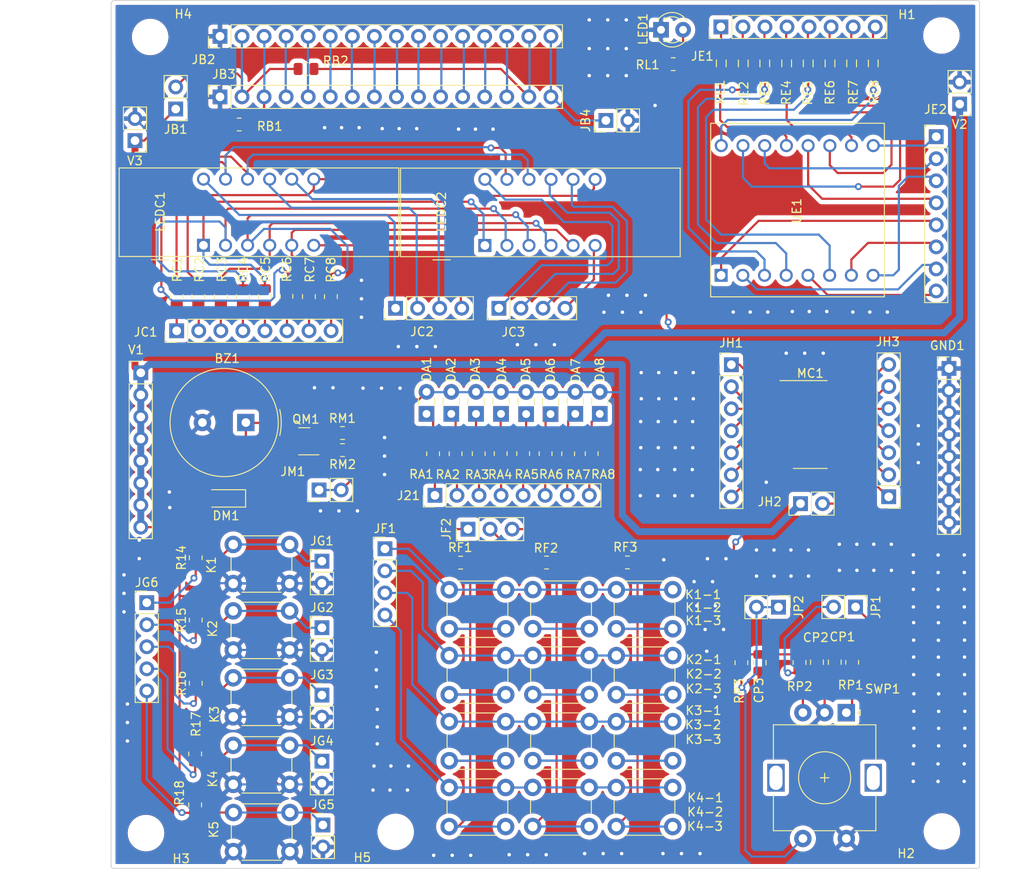
<source format=kicad_pcb>
(kicad_pcb (version 20211014) (generator pcbnew)
  (layers (0 "F.Cu" signal) (31 "B.Cu" signal) (34 "B.Paste" user) (35 "F.Paste" user) (36 "B.SilkS" user "B.Silkscreen") (37 "F.SilkS" user "F.Silkscreen") (38 "B.Mask" user) (39 "F.Mask" user) (44 "Edge.Cuts" user))
  (net 0 "")
  (net 1 "GND")
  (net 2 "5V")
  (net 3 "Net-(DA1-Pad1)")
  (net 4 "Net-(DA2-Pad1)")
  (net 5 "Net-(DA3-Pad1)")
  (net 6 "Net-(DA4-Pad1)")
  (net 7 "Net-(DA5-Pad1)")
  (net 8 "Net-(DA6-Pad1)")
  (net 9 "Net-(DA7-Pad1)")
  (net 10 "Net-(DA8-Pad1)")
  (net 11 "Net-(J21-Pad1)")
  (net 12 "Net-(J21-Pad2)")
  (net 13 "Net-(J21-Pad3)")
  (net 14 "Net-(J21-Pad4)")
  (net 15 "Net-(BZ1-Pad1)")
  (net 16 "Net-(J21-Pad5)")
  (net 17 "Net-(J21-Pad6)")
  (net 18 "Net-(J21-Pad7)")
  (net 19 "Net-(J21-Pad8)")
  (net 20 "Net-(JC1-Pad1)")
  (net 21 "Net-(JC1-Pad2)")
  (net 22 "Net-(JC1-Pad3)")
  (net 23 "Net-(JC1-Pad4)")
  (net 24 "Net-(JC1-Pad5)")
  (net 25 "Net-(JC1-Pad6)")
  (net 26 "Net-(JC1-Pad7)")
  (net 27 "Net-(JC2-Pad1)")
  (net 28 "Net-(JC2-Pad2)")
  (net 29 "Net-(JC2-Pad3)")
  (net 30 "Net-(JC2-Pad4)")
  (net 31 "Net-(JC3-Pad1)")
  (net 32 "Net-(JC3-Pad2)")
  (net 33 "Net-(JC3-Pad3)")
  (net 34 "Net-(JC3-Pad4)")
  (net 35 "Net-(JF1-Pad1)")
  (net 36 "Net-(JF1-Pad2)")
  (net 37 "Net-(JF1-Pad3)")
  (net 38 "Net-(JF1-Pad4)")
  (net 39 "Net-(JF2-Pad1)")
  (net 40 "Net-(JF2-Pad2)")
  (net 41 "Net-(JF2-Pad3)")
  (net 42 "Net-(JC1-Pad8)")
  (net 43 "Net-(JG1-Pad1)")
  (net 44 "Net-(JG2-Pad1)")
  (net 45 "Net-(K1-1-Pad2)")
  (net 46 "Net-(K1-2-Pad2)")
  (net 47 "Net-(K1-3-Pad2)")
  (net 48 "Net-(JG4-Pad1)")
  (net 49 "Net-(JM1-Pad1)")
  (net 50 "Net-(LEDC1-Pad1)")
  (net 51 "Net-(LEDC1-Pad2)")
  (net 52 "Net-(LEDC1-Pad3)")
  (net 53 "Net-(LEDC1-Pad4)")
  (net 54 "Net-(LEDC1-Pad5)")
  (net 55 "Net-(LEDC1-Pad7)")
  (net 56 "Net-(LEDC1-Pad10)")
  (net 57 "Net-(LEDC1-Pad11)")
  (net 58 "Net-(QM1-Pad1)")
  (net 59 "Net-(QM1-Pad2)")
  (net 60 "Net-(JB1-Pad2)")
  (net 61 "Net-(JE1-Pad2)")
  (net 62 "Net-(JE1-Pad3)")
  (net 63 "Net-(JE1-Pad4)")
  (net 64 "Net-(JE1-Pad5)")
  (net 65 "Net-(JE1-Pad6)")
  (net 66 "Net-(JE1-Pad7)")
  (net 67 "Net-(JE1-Pad8)")
  (net 68 "Net-(JB2-Pad3)")
  (net 69 "Net-(JB2-Pad15)")
  (net 70 "Net-(JB2-Pad16)")
  (net 71 "Net-(JE1-Pad1)")
  (net 72 "Net-(JE2-Pad1)")
  (net 73 "Net-(JE2-Pad2)")
  (net 74 "Net-(JE2-Pad3)")
  (net 75 "Net-(JE2-Pad4)")
  (net 76 "Net-(RE1-Pad2)")
  (net 77 "Net-(JE2-Pad6)")
  (net 78 "Net-(JE2-Pad7)")
  (net 79 "Net-(JE2-Pad5)")
  (net 80 "Net-(JH1-Pad1)")
  (net 81 "Net-(JH1-Pad2)")
  (net 82 "Net-(JH1-Pad3)")
  (net 83 "Net-(JH1-Pad4)")
  (net 84 "Net-(JH1-Pad5)")
  (net 85 "Net-(JB2-Pad4)")
  (net 86 "Net-(JB2-Pad5)")
  (net 87 "Net-(JB2-Pad6)")
  (net 88 "Net-(JB2-Pad7)")
  (net 89 "Net-(JB2-Pad8)")
  (net 90 "Net-(JB2-Pad9)")
  (net 91 "Net-(JB2-Pad10)")
  (net 92 "Net-(JB2-Pad11)")
  (net 93 "Net-(JB2-Pad12)")
  (net 94 "Net-(JB2-Pad13)")
  (net 95 "Net-(JB2-Pad14)")
  (net 96 "Net-(JH1-Pad6)")
  (net 97 "Net-(JH1-Pad7)")
  (net 98 "Net-(JH2-Pad2)")
  (net 99 "Net-(JH3-Pad1)")
  (net 100 "Net-(JH3-Pad2)")
  (net 101 "Net-(JH3-Pad3)")
  (net 102 "Net-(JH3-Pad4)")
  (net 103 "Net-(JH3-Pad5)")
  (net 104 "Net-(JH3-Pad6)")
  (net 105 "Net-(JH3-Pad7)")
  (net 106 "Net-(RE2-Pad2)")
  (net 107 "Net-(RE3-Pad2)")
  (net 108 "Net-(RE4-Pad2)")
  (net 109 "Net-(JE2-Pad8)")
  (net 110 "Net-(RE5-Pad2)")
  (net 111 "Net-(RE7-Pad2)")
  (net 112 "Net-(RE8-Pad2)")
  (net 113 "Net-(JP2-Pad1)")
  (net 114 "Net-(RE6-Pad2)")
  (net 115 "Net-(LED1-Pad2)")
  (net 116 "Net-(JG5-Pad1)")
  (net 117 "Net-(JG6-Pad3)")
  (net 118 "Net-(JP1-Pad1)")
  (net 119 "Net-(JP1-Pad2)")
  (footprint "MyPcbLibrary:RotaryEncoder_Alps_EC11E-Switch_Vertical_H20mm" (layer "F.Cu") (at 181.42 128.155 -90)
    (fp_text reference "SWP1")
    (fp_text value "RE")
  )
  (footprint "MyPcbLibrary:MountingHole_3.2mm_M3" (layer "F.Cu") (at 192.42 141.84)
    (fp_text reference "H2")
    (fp_text value "MountingHole_3.2mm_M3")
  )
  (footprint "MyPcbLibrary:SW_PUSH_6mm" (layer "F.Cu") (at 135.7 113.99)
    (fp_text reference "K1-1")
    (fp_text value "Push")
  )
  (footprint "MyPcbLibrary:PinHeader_1x16_P2.54mm_Vertical" (layer "F.Cu") (at 109.3 50.235 90)
    (fp_text reference "JB2")
    (fp_text value "01x16")
  )
  (footprint "MyPcbLibrary:PinHeader_1x04_P2.54mm_Vertical" (layer "F.Cu") (at 128.29 109.28)
    (fp_text reference "JF1")
    (fp_text value "01x04")
  )
  (footprint "MyPcbLibrary:R_0805_2012Metric" (layer "F.Cu") (at 136.43 98.33 -90)
    (fp_text reference "RA2")
    (fp_text value "1K")
  )
  (footprint "MyPcbLibrary:SW_PUSH_6mm" (layer "F.Cu") (at 145.31 136.77)
    (fp_text reference "K4-2")
    (fp_text value "Push")
  )
  (footprint "MyPcbLibrary:R_0805_2012Metric" (layer "F.Cu") (at 149.39 98.33 -90)
    (fp_text reference "RA7")
    (fp_text value "1K")
  )
  (footprint "MyPcbLibrary:R_0805_2012Metric" (layer "F.Cu") (at 123.41 95.94 180)
    (fp_text reference "RM1")
    (fp_text value "10")
  )
  (footprint "MyPcbLibrary:R_0805_2012Metric" (layer "F.Cu") (at 106.81 80.22 90)
    (fp_text reference "RC2")
    (fp_text value "680")
  )
  (footprint "MyPcbLibrary:L_0805_2012Metric" (layer "F.Cu") (at 177.03 53.3575 -90)
    (fp_text reference "RE5")
    (fp_text value "330")
  )
  (footprint "MyPcbLibrary:R_0805_2012Metric" (layer "F.Cu") (at 161.49 53.44)
    (fp_text reference "RL1")
    (fp_text value "680")
  )
  (footprint "MyPcbLibrary:PinHeader_1x02_P2.54mm_Vertical" (layer "F.Cu") (at 120.715 102.5 90)
    (fp_text reference "JM1")
    (fp_text value "1x2")
  )
  (footprint "MyPcbLibrary:PinHeader_1x02_P2.54mm_Vertical" (layer "F.Cu") (at 121.036121 110.7)
    (fp_text reference "JG1")
    (fp_text value "1x2")
  )
  (footprint "MyPcbLibrary:PinHeader_1x02_P2.54mm_Vertical" (layer "F.Cu") (at 99.51 62.25 180)
    (fp_text reference "V3")
    (fp_text value "Conn_01x02_Male")
  )
  (footprint "MyPcbLibrary:PinHeader_1x02_P2.54mm_Vertical" (layer "F.Cu") (at 173.61 116 -90)
    (fp_text reference "JP2")
    (fp_text value "1x2")
  )
  (footprint "MyPcbLibrary:PinHeader_1x08_P2.54mm_Vertical" (layer "F.Cu") (at 191.77 61.795)
    (fp_text reference "JE2")
    (fp_text value "01x08")
  )
  (footprint "MyPcbLibrary:PinHeader_1x05_P2.54mm_Vertical" (layer "F.Cu") (at 100.87 115.485)
    (fp_text reference "JG6")
    (fp_text value "01x05")
  )
  (footprint "MyPcbLibrary:LED_Rectangular_W3.9mm_H1.8mm" (layer "F.Cu") (at 144.55 93.755 90)
    (fp_text reference "DA5")
    (fp_text value "LED")
  )
  (footprint "MyPcbLibrary:MountingHole_3.2mm_M3" (layer "F.Cu") (at 100.78 142.03)
    (fp_text reference "H3")
    (fp_text value "MountingHole_3.2mm_M3")
  )
  (footprint "MyPcbLibrary:SW_PUSH_6mm" (layer "F.Cu") (at 110.826121 131.92)
    (fp_text reference "K4")
    (fp_text value "Push")
  )
  (footprint "MyPcbLibrary:R_0805_2012Metric" (layer "F.Cu") (at 119.21 53.995)
    (fp_text reference "RB2")
    (fp_text value "47")
  )
  (footprint "MyPcbLibrary:PinHeader_1x02_P2.54mm_Vertical" (layer "F.Cu") (at 182.485 115.98 -90)
    (fp_text reference "JP1")
    (fp_text value "1x2")
  )
  (footprint "MyPcbLibrary:LED_Rectangular_W3.9mm_H1.8mm" (layer "F.Cu") (at 135.93 93.735 90)
    (fp_text reference "DA2")
    (fp_text value "LED")
  )
  (footprint "MyPcbLibrary:SW_PUSH_6mm" (layer "F.Cu") (at 154.94 121.58)
    (fp_text reference "K2-3")
    (fp_text value "Push")
  )
  (footprint "MyPcbLibrary:LED_Rectangular_W3.9mm_H1.8mm" (layer "F.Cu") (at 141.66 93.735 90)
    (fp_text reference "DA4")
    (fp_text value "LED")
  )
  (footprint "MyPcbLibrary:R_0805_2012Metric" (layer "F.Cu") (at 144.21 98.31 -90)
    (fp_text reference "RA5")
    (fp_text value "1K")
  )
  (footprint "MyPcbLibrary:SW_PUSH_6mm" (layer "F.Cu") (at 154.94 129.19)
    (fp_text reference "K3-3")
    (fp_text value "Push")
  )
  (footprint "MyPcbLibrary:SW_PUSH_6mm" (layer "F.Cu") (at 145.32 113.98)
    (fp_text reference "K1-2")
    (fp_text value "Push")
  )
  (footprint "MyPcbLibrary:R_0805_2012Metric" (layer "F.Cu") (at 169.34 122.4 -90)
    (fp_text reference "RP3")
    (fp_text value "10K")
  )
  (footprint "MyPcbLibrary:L_0805_2012Metric" (layer "F.Cu") (at 174.55 53.3575 -90)
    (fp_text reference "RE4")
    (fp_text value "330")
  )
  (footprint "MyPcbLibrary:C_0805_2012Metric" (layer "F.Cu") (at 171.44 122.4 -90)
    (fp_text reference "CP3")
    (fp_text value "100nF")
  )
  (footprint "MyPcbLibrary:D_SOD-123" (layer "F.Cu") (at 110 103.47 180)
    (fp_text reference "DM1")
    (fp_text value "1N4148")
  )
  (footprint "MyPcbLibrary:PinSocket_1x16_P2.54mm_Vertical" (layer "F.Cu") (at 109.3 57.21 90)
    (fp_text reference "JB3")
    (fp_text value "01x16")
  )
  (footprint "MyPcbLibrary:R_0805_2012Metric" (layer "F.Cu") (at 123.41 97.91 180)
    (fp_text reference "RM2")
    (fp_text value "1K")
  )
  (footprint "MyPcbLibrary:L_0805_2012Metric" (layer "F.Cu") (at 179.54 53.3575 -90)
    (fp_text reference "RE6")
    (fp_text value "330")
  )
  (footprint "MyPcbLibrary:LED_Rectangular_W3.9mm_H1.8mm" (layer "F.Cu") (at 153.03 93.735 90)
    (fp_text reference "DA8")
    (fp_text value "LED")
  )
  (footprint "MyPcbLibrary:C_0805_2012Metric" (layer "F.Cu") (at 178.04 122.34 90)
    (fp_text reference "CP2")
    (fp_text value "100nF")
  )
  (footprint "MyPcbLibrary:PinHeader_1x02_P2.54mm_Vertical" (layer "F.Cu") (at 121.036121 118.375)
    (fp_text reference "JG2")
    (fp_text value "1x2")
  )
  (footprint "MyPcbLibrary:R_0805_2012Metric" (layer "F.Cu") (at 106.441121 132.91 90)
    (fp_text reference "R17")
    (fp_text value "4K7")
  )
  (footprint "MyPcbLibrary:R_0805_2012Metric" (layer "F.Cu") (at 114.46 80.22 90)
    (fp_text reference "RC5")
    (fp_text value "680")
  )
  (footprint "MyPcbLibrary:R_0805_2012Metric" (layer "F.Cu") (at 122.07 80.22 90)
    (fp_text reference "RC8")
    (fp_text value "680")
  )
  (footprint "MyPcbLibrary:7Segment_LED_0.28inch" (layer "F.Cu") (at 113.79 70.5 90)
    (fp_text reference "LEDC1")
    (fp_text value "CC56-12EWA")
  )
  (footprint "MyPcbLibrary:SW_PUSH_6mm" (layer "F.Cu") (at 110.826121 124.14)
    (fp_text reference "K3")
    (fp_text value "Push")
  )
  (footprint "MyPcbLibrary:PinHeader_1x02_P2.54mm_Vertical" (layer "F.Cu") (at 121.036121 133.75)
    (fp_text reference "JG4")
    (fp_text value "1x2")
  )
  (footprint "MyPcbLibrary:R_0805_2012Metric" (layer "F.Cu") (at 141.62 98.31 -90)
    (fp_text reference "RA4")
    (fp_text value "1K")
  )
  (footprint "MyPcbLibrary:PinHeader_1x02_P2.54mm_Vertical" (layer "F.Cu") (at 194.47 58.045 180)
    (fp_text reference "V2")
    (fp_text value "Conn_01x02_Male")
  )
  (footprint "MyPcbLibrary:L_0805_2012Metric" (layer "F.Cu") (at 169.55 53.3575 -90)
    (fp_text reference "RE2")
    (fp_text value "330")
  )
  (footprint "MyPcbLibrary:R_0805_2012Metric" (layer "F.Cu") (at 176.03 122.38 90)
    (fp_text reference "RP2")
    (fp_text value "10K")
  )
  (footprint "MyPcbLibrary:R_0805_2012Metric" (layer "F.Cu") (at 152.1 98.32 -90)
    (fp_text reference "RA8")
    (fp_text value "1K")
  )
  (footprint "MyPcbLibrary:LED_Rectangular_W3.9mm_H1.8mm" (layer "F.Cu") (at 133.08 93.735 90)
    (fp_text reference "DA1")
    (fp_text value "LED")
  )
  (footprint "MyPcbLibrary:Buzzer_TDK_PS1240P02BT_D12.2mm_H6.5mm" (layer "F.Cu") (at 112.28 94.73 180)
    (fp_text reference "BZ1")
    (fp_text value "Buzzer")
  )
  (footprint "MyPcbLibrary:PinHeader_1x04_P2.54mm_Vertical" (layer "F.Cu") (at 141.41 81.56 90)
    (fp_text reference "JC3")
    (fp_text value "01x04")
  )
  (footprint "MyPcbLibrary:R_0805_2012Metric" (layer "F.Cu") (at 106.506121 110.31 90)
    (fp_text reference "R14")
    (fp_text value "4K7")
  )
  (footprint "MyPcbLibrary:LED_D3.0mm" (layer "F.Cu") (at 160.085 49.48)
    (fp_text reference "LED1")
    (fp_text value "LED")
  )
  (footprint "MyPcbLibrary:PinHeader_1x02_P2.54mm_Vertical" (layer "F.Cu") (at 121.036121 126.13)
    (fp_text reference "JG3")
    (fp_text value "1x2")
  )
  (footprint "MyPcbLibrary:MountingHole_3.2mm_M3" (layer "F.Cu") (at 129.53 141.89)
    (fp_text reference "H5")
    (fp_text value "MountingHole_3.2mm_M3")
  )
  (footprint "MyPcbLibrary:PinHeader_1x08_P2.54mm_Vertical" (layer "F.Cu") (at 193.24 88.5)
    (fp_text reference "GND1")
    (fp_text value "Conn_01x08_Male")
  )
  (footprint "MyPcbLibrary:SOP-16_3.9x9.9mm_P1.27mm" (layer "F.Cu") (at 177.27 94.96)
    (fp_text reference "MC1")
    (fp_text value "MC1413BD")
  )
  (footprint "MyPcbLibrary:PinHeader_1x02_P2.54mm_Vertical" (layer "F.Cu") (at 176.14 104.07 90)
    (fp_text reference "JH2")
    (fp_text value "01x02")
  )
  (footprint "MyPcbLibrary:PinHeader_1x02_P2.54mm_Vertical" (layer "F.Cu") (at 153.73 59.93 90)
    (fp_text reference "JB4")
    (fp_text value "01x02")
  )
  (footprint "MyPcbLibrary:PinHeader_1x07_P2.54mm_Vertical" (layer "F.Cu") (at 168.18 88.065)
    (fp_text reference "JH1")
    (fp_text value "01x07")
  )
  (footprint "MyPcbLibrary:PinHeader_1x02_P2.54mm_Vertical" (layer "F.Cu") (at 104.2 58.615 180)
    (fp_text reference "JB1")
    (fp_text value "01x02")
  )
  (footprint "MyPcbLibrary:SW_PUSH_6mm" (layer "F.Cu") (at 154.94 113.99)
    (fp_text reference "K1-3")
    (fp_text value "Push")
  )
  (footprint "MyPcbLibrary:SW_PUSH_6mm" (layer "F.Cu") (at 110.85 139.66)
    (fp_text reference "K5")
    (fp_text value "Push")
  )
  (footprint "MyPcbLibrary:SW_PUSH_6mm" (layer "F.Cu") (at 135.7 129.19)
    (fp_text reference "K3-1")
    (fp_text value "Push")
  )
  (footprint "MyPcbLibrary:SW_PUSH_6mm" (layer "F.Cu") (at 145.32 121.57)
    (fp_text reference "K2-2")
    (fp_text value "Push")
  )
  (footprint "MyPcbLibrary:dot_matrix_8x8" (layer "F.Cu") (at 175.8 70.25 90)
    (fp_text reference "UE1")
    (fp_text value "8x8")
  )
  (footprint "MyPcbLibrary:PinHeader_1x08_P2.54mm_Vertical" (layer "F.Cu") (at 166.97 49.15 90)
    (fp_text reference "JE1")
    (fp_text value "01x08")
  )
  (footprint "MyPcbLibrary:LED_Rectangular_W3.9mm_H1.8mm" (layer "F.Cu") (at 150.21 93.735 90)
    (fp_text reference "DA7")
    (fp_text value "LED")
  )
  (footprint "MyPcbLibrary:R_0805_2012Metric" (layer "F.Cu") (at 111.95 80.22 90)
    (fp_text reference "RC4")
    (fp_text value "680")
  )
  (footprint "MyPcbLibrary:MountingHole_3.2mm_M3" (layer "F.Cu") (at 192.37 50.14)
    (fp_text reference "H1")
    (fp_text value "MountingHole_3.2mm_M3")
  )
  (footprint "MyPcbLibrary:R_0805_2012Metric" (layer "F.Cu") (at 111.51 60.395 180)
    (fp_text reference "RB1")
    (fp_text value "510")
  )
  (footprint "MyPcbLibrary:C_0805_2012Metric" (layer "F.Cu") (at 180.09 122.34 -90)
    (fp_text reference "CP1")
    (fp_text value "100nF")
  )
  (footprint "MyPcbLibrary:R_0805_2012Metric" (layer "F.Cu") (at 106.506121 124.77 90)
    (fp_text reference "R16")
    (fp_text value "4K7")
  )
  (footprint "MyPcbLibrary:R_0805_2012Metric" (layer "F.Cu") (at 133.84 98.33 -90)
    (fp_text reference "RA1")
    (fp_text value "1K")
  )
  (footprint "MyPcbLibrary:PinHeader_1x08_P2.54mm_Vertical" (layer "F.Cu") (at 100.18 89.005)
    (fp_text reference "V1")
    (fp_text value "Conn_01x08_Male")
  )
  (footprint "MyPcbLibrary:SW_PUSH_6mm" (layer "F.Cu") (at 135.69 136.78)
    (fp_text reference "K4-1")
    (fp_text value "Push")
  )
  (footprint "MyPcbLibrary:LED_Rectangular_W3.9mm_H1.8mm" (layer "F.Cu") (at 138.78 93.735 90)
    (fp_text reference "DA3")
    (fp_text value "LED")
  )
  (footprint "MyPcbLibrary:7Segment_LED_0.28inch" (layer "F.Cu") (at 146.19 70.52 90)
    (fp_text reference "LEDC2")
    (fp_text value "CC56-12EWA")
  )
  (footprint "MyPcbLibrary:SW_PUSH_6mm" (layer "F.Cu") (at 110.826121 116.43)
    (fp_text reference "K2")
    (fp_text value "Push")
  )
  (footprint "MyPcbLibrary:SOT-23" (layer "F.Cu") (at 119.01 96.89 180)
    (fp_text reference "QM1")
    (fp_text value "S8550")
  )
  (footprint "MyPcbLibrary:PinHeader_1x07_P2.54mm_Vertical" (layer "F.Cu") (at 186.3 103.285 180)
    (fp_text reference "JH3")
    (fp_text value "01x07")
  )
  (footprint "MyPcbLibrary:R_0805_2012Metric" (layer "F.Cu") (at 119.54 80.22 90)
    (fp_text reference "RC7")
    (fp_text value "680")
  )
  (footprint "MyPcbLibrary:R_0805_2012Metric" (layer "F.Cu") (at 146.9025 110.86 180)
    (fp_text reference "RF2")
    (fp_text value "5K1")
  )
  (footprint "MyPcbLibrary:PinHeader_1x03_P2.54mm_Vertical" (layer "F.Cu") (at 137.855 107.01 90)
    (fp_text reference "JF2")
    (fp_text value "01x03")
  )
  (footprint "MyPcbLibrary:R_0805_2012Metric" (layer "F.Cu") (at 104.32 80.22 90)
    (fp_text reference "RC1")
    (fp_text value "680")
  )
  (footprint "MyPcbLibrary:R_0805_2012Metric" (layer "F.Cu") (at 146.79 98.32 -90)
    (fp_text reference "RA6")
    (fp_text value "1K")
  )
  (footprint "MyPcbLibrary:MountingHole_3.2mm_M3" (layer "F.Cu") (at 101.26 50.31)
    (fp_text reference "H4")
    (fp_text value "MountingHole_3.2mm_M3")
  )
  (footprint "MyPcbLibrary:SW_PUSH_6mm" (layer "F.Cu") (at 145.32 129.18)
    (fp_text reference "K3-2")
    (fp_text value "Push")
  )
  (footprint "MyPcbLibrary:SW_PUSH_6mm" (layer "F.Cu") (at 154.93 136.78)
    (fp_text reference "K4-3")
    (fp_text value "Push")
  )
  (footprint "MyPcbLibrary:R_0805_2012Metric" (layer "F.Cu") (at 106.44 138.78 90)
    (fp_text reference "R18")
    (fp_text value "4K7")
  )
  (footprint "MyPcbLibrary:L_0805_2012Metric" (layer "F.Cu") (at 182.03 53.3575 -90)
    (fp_text reference "RE7")
    (fp_text value "330")
  )
  (footprint "MyPcbLibrary:SW_PUSH_6mm" (layer "F.Cu") (at 110.826121 108.78)
    (fp_text reference "K1")
    (fp_text value "Push")
  )
  (footprint "MyPcbLibrary:SW_PUSH_6mm" (layer "F.Cu") (at 135.7 121.58)
    (fp_text reference "K2-1")
    (fp_text value "Push")
  )
  (footprint "MyPcbLibrary:R_0805_2012Metric" (layer "F.Cu") (at 109.4 80.22 90)
    (fp_text reference "RC3")
    (fp_text value "680")
  )
  (footprint "MyPcbLibrary:L_0805_2012Metric" (layer "F.Cu") (at 184.52 53.3575 -90)
    (fp_text reference "RE8")
    (fp_text value "330")
  )
  (footprint "MyPcbLibrary:L_0805_2012Metric" (layer "F.Cu") (at 167.02 53.3575 -90)
    (fp_text reference "RE1")
    (fp_text value "330")
  )
  (footprint "MyPcbLibrary:R_0805_2012Metric" (layer "F.Cu") (at 156.2175 110.85 180)
    (fp_text reference "RF3")
    (fp_text value "5K1")
  )
  (footprint "MyPcbLibrary:R_0805_2012Metric" (layer "F.Cu") (at 139.09 98.32 -90)
    (fp_text reference "RA3")
    (fp_text value "1K")
  )
  (footprint "MyPcbLibrary:R_0805_2012Metric" (layer "F.Cu") (at 182.09 122.35 90)
    (fp_text reference "RP1")
    (fp_text value "10K")
  )
  (footprint "MyPcbLibrary:LED_Rectangular_W3.9mm_H1.8mm" (layer "F.Cu") (at 147.36 93.755 90)
    (fp_text reference "DA6")
    (fp_text value "LED")
  )
  (footprint "MyPcbLibrary:PinHeader_1x04_P2.54mm_Vertical" (layer "F.Cu") (at 129.52 81.56 90)
    (fp_text reference "JC2")
    (fp_text value "01x04")
  )
  (footprint "MyPcbLibrary:PinHeader_1x08_P2.54mm_Vertical" (layer "F.Cu") (at 104.315 84.16 90)
    (fp_text reference "JC1")
    (fp_text value "01x08")
  )
  (footprint "MyPcbLibrary:PinHeader_1x08_P2.54mm_Vertical" (layer "F.Cu") (at 134.045 103.12 90)
    (fp_text reference "J21")
    (fp_text value "01x08")
  )
  (footprint "MyPcbLibrary:R_0805_2012Metric" (layer "F.Cu") (at 137.0125 110.87 180)
    (fp_text reference "RF1")
    (fp_text value "5K1")
  )
  (footprint "MyPcbLibrary:R_0805_2012Metric" (layer "F.Cu") (at 116.95 80.19 90)
    (fp_text reference "RC6")
    (fp_text value "680")
  )
  (footprint "MyPcbLibrary:PinHeader_1x02_P2.54mm_Vertical" (layer "F.Cu") (at 121.15 141.09)
    (fp_text reference "JG5")
    (fp_text value "1x2")
  )
  (footprint "MyPcbLibrary:L_0805_2012Metric" (layer "F.Cu") (at 172.03 53.3575 -90)
    (fp_text reference "RE3")
    (fp_text value "330")
  )
  (footprint "MyPcbLibrary:R_0805_2012Metric" (layer "F.Cu") (at 106.506121 117.4925 90)
    (fp_text reference "R15")
    (fp_text value "4K7")
  )
  (gr_poly (pts (xy 96.77 46.37) (xy 97.01 46.11) (xy 196.58 46.1) (xy 196.76 46.3) (xy 196.76 96.2) (xy 196.76 121.15) (xy 196.76 145.92) (xy 196.58 146.1) (xy 96.95 146.1) (xy 96.76 145.91)) (layer "Edge.Cuts") (width 0.1) (fill none))
  (segment (start 160.085 49.48) (end 157.22 49.48) (width 0.25) (layer "F.Cu") (net 1))
  (segment (start 124.591121 128.35) (end 124.591121 128.25) (width 0.25) (layer "F.Cu") (net 1))
  (segment (start 124.121121 136.29) (end 121.036121 136.29) (width 0.25) (layer "F.Cu") (net 1))
  (segment (start 124.091121 113.24) (end 124.591121 112.74) (width 0.25) (layer "F.Cu") (net 1))
  (segment (start 124.116121 120.915) (end 124.591121 120.44) (width 0.25) (layer "F.Cu") (net 1))
  (segment (start 115.216121 120.965) (end 115.216121 128.745) (width 0.25) (layer "F.Cu") (net 1))
  (segment (start 121.036121 128.67) (end 124.271121 128.67) (width 0.25) (layer "F.Cu") (net 1))
  (segment (start 115.321121 128.64) (end 115.216121 128.745) (width 0.25) (layer "F.Cu") (net 1))
  (segment (start 172.2 100.77) (end 173.565 99.405) (width 0.25) (layer "F.Cu") (net 1))
  (segment (start 124.271121 128.67) (end 124.591121 128.35) (width 0.25) (layer "F.Cu") (net 1))
  (segment (start 124.591121 120.44) (end 124.591121 128.25) (width 0.25) (layer "F.Cu") (net 1))
  (segment (start 178.04 123.29) (end 180.09 123.29) (width 0.25) (layer "F.Cu") (net 1))
  (segment (start 121.036121 113.24) (end 124.091121 113.24) (width 0.25) (layer "F.Cu") (net 1))
  (segment (start 115.216121 128.745) (end 115.216121 135.615) (width 0.25) (layer "F.Cu") (net 1))
  (segment (start 117.326121 128.64) (end 115.321121 128.64) (width 0.25) (layer "F.Cu") (net 1))
  (segment (start 108.35 95.8) (end 108.35 103.47) (width 0.25) (layer "F.Cu") (net 1))
  (segment (start 121.036121 120.915) (end 124.116121 120.915) (width 0.25) (layer "F.Cu") (net 1))
  (segment (start 124.591121 112.74) (end 124.591121 120.44) (width 0.25) (layer "F.Cu") (net 1))
  (segment (start 117.326121 120.93) (end 115.251121 120.93) (width 0.25) (layer "F.Cu") (net 1))
  (segment (start 178.92 124.17) (end 178.92 128.155) (width 0.25) (layer "F.Cu") (net 1))
  (segment (start 115.216121 115.39) (end 115.216121 120.965) (width 0.25) (layer "F.Cu") (net 1))
  (segment (start 173.565 99.405) (end 174.77 99.405) (width 0.25) (layer "F.Cu") (net 1))
  (segment (start 109.3 59.0975) (end 110.5975 60.395) (width 0.25) (layer "F.Cu") (net 1))
  (segment (start 109.3 57.21) (end 109.3 59.0975) (width 0.25) (layer "F.Cu") (net 1))
  (segment (start 172.2 101.61) (end 172.2 100.77) (width 0.25) (layer "F.Cu") (net 1))
  (segment (start 117.326121 113.28) (end 115.216121 115.39) (width 0.25) (layer "F.Cu") (net 1))
  (segment (start 115.216121 135.615) (end 116.021121 136.42) (width 0.25) (layer "F.Cu") (net 1))
  (segment (start 116.021121 136.42) (end 117.326121 136.42) (width 0.25) (layer "F.Cu") (net 1))
  (segment (start 115.251121 120.93) (end 115.216121 120.965) (width 0.25) (layer "F.Cu") (net 1))
  (segment (start 124.465 103.965) (end 124.465 113.315) (width 0.25) (layer "F.Cu") (net 1))
  (segment (start 124.591121 128.25) (end 124.591121 135.82) (width 0.25) (layer "F.Cu") (net 1))
  (segment (start 178.04 123.29) (end 178.92 124.17) (width 0.25) (layer "F.Cu") (net 1))
  (segment (start 124.591121 135.82) (end 124.121121 136.29) (width 0.25) (layer "F.Cu") (net 1))
  (segment (start 107.28 94.73) (end 108.35 95.8) (width 0.25) (layer "F.Cu") (net 1))
  (segment (start 157.22 49.48) (end 156.08 48.34) (width 0.25) (layer "F.Cu") (net 1))
  (via (at 192.05 131.98) (size 0.8) (drill 0.4) (layers "F.Cu" "B.Cu") (net 1))
  (via (at 194.99 134.05) (size 0.8) (drill 0.4) (layers "F.Cu" "B.Cu") (net 1))
  (via (at 189.2 131.97) (size 0.8) (drill 0.4) (layers "F.Cu" "B.Cu") (net 1))
  (via (at 175.05 112.42) (size 0.8) (drill 0.4) (layers "F.Cu" "B.Cu") (net 1))
  (via (at 151.818879 54.76) (size 0.8) (drill 0.4) (layers "F.Cu" "B.Cu") (net 1))
  (via (at 123.00056 104.91) (size 0.8) (drill 0.4) (layers "F.Cu" "B.Cu") (net 1))
  (via (at 125.32 60.76) (size 0.8) (drill 0.4) (layers "F.Cu" "B.Cu") (net 1))
  (via (at 98.251121 116.541121) (size 0.8) (drill 0.4) (layers "F.Cu" "B.Cu") (net 1))
  (via (at 163.68 100.15) (size 0.8) (drill 0.4) (layers "F.Cu" "B.Cu") (net 1))
  (via (at 125.768879 90.77) (size 0.8) (drill 0.4) (layers "F.Cu" "B.Cu") (net 1))
  (via (at 157.7 103.16) (size 0.8) (drill 0.4) (layers "F.Cu" "B.Cu") (net 1))
  (via (at 157.69 100.15) (size 0.8) (drill 0.4) (layers "F.Cu" "B.Cu") (net 1))
  (via (at 138.17 144.59) (size 0.8) (drill 0.4) (layers "F.Cu" "B.Cu") (net 1))
  (via (at 172.2 101.61) (size 0.8) (drill 0.4) (layers "F.Cu" "B.Cu") (net 1))
  (via (at 120.87 104.91) (size 0.8) (drill 0.4) (layers "F.Cu" "B.Cu") (net 1))
  (via (at 182.17 82) (size 0.8) (drill 0.4) (layers "F.Cu" "B.Cu") (net 1))
  (via (at 151.818879 48.34) (size 0.8) (drill 0.4) (layers "F.Cu" "B.Cu") (net 1))
  (via (at 134.1 85.98) (size 0.8) (drill 0.4) (layers "F.Cu" "B.Cu") (net 1))
  (via (at 165.159439 118.57) (size 0.8) (drill 0.4) (layers "F.Cu" "B.Cu") (net 1))
  (via (at 159.82 88.98) (size 0.8) (drill 0.4) (layers "F.Cu" "B.Cu") (net 1))
  (via (at 191.99 113.96) (size 0.8) (drill 0.4) (layers "F.Cu" "B.Cu") (net 1))
  (via (at 161.67 103.16) (size 0.8) (drill 0.4) (layers "F.Cu" "B.Cu") (net 1))
  (via (at 160.398879 110.54) (size 0.8) (drill 0.4) (layers "F.Cu" "B.Cu") (net 1))
  (via (at 166.318879 126.33) (size 0.8) (drill 0.4) (layers "F.Cu" "B.Cu") (net 1))
  (via (at 153.419439 144.39) (size 0.8) (drill 0.4) (layers "F.Cu" "B.Cu") (net 1))
  (via (at 192.05 125.99) (size 0.8) (drill 0.4) (layers "F.Cu" "B.Cu") (net 1))
  (via (at 163.74 97.63) (size 0.8) (drill 0.4) (layers "F.Cu" "B.Cu") (net 1))
  (via (at 128.25 98.590561) (size 0.8) (drill 0.4) (layers "F.Cu" "B.Cu") (net 1))
  (via (at 127.3 123.22) (size 0.8) (drill 0.4) (layers "F.Cu" "B.Cu") (net 1))
  (via (at 127.41 127.78) (size 0.8) (drill 0.4) (layers "F.Cu" "B.Cu") (net 1))
  (via (at 192.02 123.78) (size 0.8) (drill 0.4) (layers "F.Cu" "B.Cu") (net 1))
  (via (at 177.06 109.41) (size 0.8) (drill 0.4) (layers "F.Cu" "B.Cu") (net 1))
  (via (at 131.95 60.87) (size 0.8) (drill 0.4) (layers "F.Cu" "B.Cu") (net 1))
  (via (at 127.41 129.8) (size 0.8) (drill 0.4) (layers "F.Cu" "B.Cu") (net 1))
  (via (at 127.41 131.75) (size 0.8) (drill 0.4) (layers "F.Cu" "B.Cu") (net 1))
  (via (at 191.99 115.98) (size 0.8) (drill 0.4) (layers "F.Cu" "B.Cu") (net 1))
  (via (at 195.03 121.75) (size 0.8) (drill 0.4) (layers "F.Cu" "B.Cu") (net 1))
  (via (at 189.13 136.07) (size 0.8) (drill 0.4) (layers "F.Cu" "B.Cu") (net 1))
  (via (at 138.72 60.93) (size 0.8) (drill 0.4) (layers "F.Cu" "B.Cu") (net 1))
  (via (at 131.969439 85.98) (size 0.8) (drill 0.4) (layers "F.Cu" "B.Cu") (net 1))
  (via (at 127.03 134.3) (size 0.8) (drill 0.4) (layers "F.Cu" "B.Cu") (net 1))
  (via (at 129.93 60.87) (size 0.8) (drill 0.4) (layers "F.Cu" "B.Cu") (net 1))
  (via (at 131 134.3) (size 0.8) (drill 0.4) (layers "F.Cu" "B.Cu") (net 1))
  (via (at 127.3 125.17) (size 0.8) (drill 0.4) (layers "F.Cu" "B.Cu") (net 1))
  (via (at 159.83 91.99) (size 0.8) (drill 0.4) (layers "F.Cu" "B.Cu") (net 1))
  (via (at 130.03 90.77) (size 0.8) (drill 0.4) (layers "F.Cu" "B.Cu") (net 1))
  (via (at 192.05 128.01) (size 0.8) (drill 0.4) (layers "F.Cu" "B.Cu") (net 1))
  (via (at 189.14 115.97) (size 0.8) (drill 0.4) (layers "F.Cu" "B.Cu") (net 1))
  (via (at 128.25 100.721121) (size 0.8) (drill 0.4) (layers "F.Cu" "B.Cu") (net 1))
  (via (at 125.59 82.601121) (size 0.8) (drill 0.4) (layers "F.Cu" "B.Cu") (net 1))
  (via (at 175.2 81.94) (size 0.8) (drill 0.4) (layers "F.Cu" "B.Cu") (net 1))
  (via (at 176.62944 86.74) (size 0.8) (drill 0.4) (layers "F.Cu" "B.Cu") (net 1))
  (via (at 195.06 129.95) (size 0.8) (drill 0.4) (layers "F.Cu" "B.Cu") (net 1))
  (via (at 189.14 109.98) (size 0.8) (drill 0.4) (layers "F.Cu" "B.Cu") (net 1))
  (via (at 160.308879 144.39) (size 0.8) (drill 0.4) (layers "F.Cu" "B.Cu") (net 1))
  (via (at 165.429439 110.42) (size 0.8) (drill 0.4) (layers "F.Cu" "B.Cu") (net 1))
  (via (at 147.81 85.76) (size 0.8) (drill 0.4) (layers "F.Cu" "B.Cu") (net 1))
  (via (at 156.08 54.76) (size 0.8) (drill 0.4) (layers "F.Cu" "B.Cu") (net 1))
  (via (at 159.398879 58.2) (size 0.8) (drill 0.4) (layers "F.Cu" "B.Cu") (net 1))
  (via (at 146.86 144.52) (size 0.8) (drill 0.4) (layers "F.Cu" "B.Cu") (net 1))
  (via (at 145.679439 85.76) (size 0.8) (drill 0.4) (layers "F.Cu" "B.Cu") (net 1))
  (via (at 161.78 91.99) (size 0.8) (drill 0.4) (layers "F.Cu" "B.Cu") (net 1))
  (via (at 189.71 97.220561) (size 0.8) (drill 0.4) (layers "F.Cu" "B.Cu") (net 1))
  (via (at 184.58 108.75) (size 0.8) (drill 0.4) (layers "F.Cu" "B.Cu") (net 1))
  (via (at 159.71 100.15) (size 0.8) (drill 0.4) (layers "F.Cu" "B.Cu") (net 1))
  (via (at 156.08 48.34) (size 0.8) (drill 0.4) (layers "F.Cu" "B.Cu") (net 1))
  (via (at 182.64 111.76) (size 0.8) (drill 0.4) (layers "F.Cu" "B.Cu") (net 1))
  (via (at 155.639439 82.02) (size 0.8) (drill 0.4) (layers "F.Cu" "B.Cu") (net 1))
  (via (at 184.59 111.76) (size 0.8) (drill 0.4) (layers "F.Cu" "B.Cu") (net 1))
  (via (at 167.29 118.57) (size 0.8) (drill 0.4) (layers "F.Cu" "B.Cu") (net 1))
  (via (at 153.508879 82.02) (size 0.8) (drill 0.4) (layers "F.Cu" "B.Cu") (net 1))
  (via (at 143.548879 85.76) (size 0.8) (drill 0.4) (layers "F.Cu" "B.Cu") (net 1))
  (via (at 189.17 123.77) (size 0.8) (drill 0.4) (layers "F.Cu" "B.Cu") (net 1))
  (via (at 163.888879 113.06) (size 0.8) (drill 0.4) (layers "F.Cu" "B.Cu") (net 1))
  (via (at 167.56 110.42) (size 0.8) (drill 0.4) (layers "F.Cu" "B.Cu") (net 1))
  (via (at 195.06 128) (size 0.8) (drill 0.4) (layers "F.Cu" "B.Cu") (net 1))
  (via (at 170.35 82) (size 0.8) (drill 0.4) (layers "F.Cu" "B.Cu") (net 1))
  (via (at 180.62 111.76) (size 0.8) (drill 0.4) (layers "F.Cu" "B.Cu") (net 1))
  (via (at 159.77 97.63) (size 0.8) (drill 0.4) (layers "F.Cu" "B.Cu") (net 1))
  (via (at 163.79 88.98) (size 0.8) (drill 0.4) (layers "F.Cu" "B.Cu") (net 1))
  (via (at 157.75 97.63) (size 0.8) (drill 0.4) (layers "F.Cu" "B.Cu") (net 1))
  (via (at 164.57 144.39) (size 0.8) (drill 0.4) (layers "F.Cu" "B.Cu") (net 1))
  (via (at 194.99 136.07) (size 0.8) (drill 0.4) (layers "F.Cu" "B.Cu") (net 1))
  (via (at 191.99 109.99) (size 0.8) (drill 0.4) (layers "F.Cu" "B.Cu") (net 1))
  (via (at 192.02 117.79) (size 0.8) (drill 0.4) (layers "F.Cu" "B.Cu") (net 1))
  (via (at 195 113.95) (size 0.8) (drill 0.4) (layers "F.Cu" "B.Cu") (net 1))
  (via (at 162.439439 144.39) (size 0.8) (drill 0.4) (layers "F.Cu" "B.Cu") (net 1))
  (via (at 140.74 60.93) (size 0.8) (drill 0.4) (layers "F.Cu" "B.Cu") (net 1))
  (via (at 127.3 121.2) (size 0.8) (drill 0.4) (layers "F.Cu" "B.Cu") (net 1))
  (via (at 195 115.97) (size 0.8) (drill 0.4) (layers "F.Cu" "B.Cu") (net 1))
  (via (at 157.77 82.02) (size 0.8) (drill 0.4) (layers "F.Cu" "B.Cu") (net 1))
  (via (at 165.348879 121.08) (size 0.8) (drill 0.4) (layers "F.Cu" "B.Cu") (net 1))
  (via (at 98.641121 127.16) (size 0.8) (drill 0.4) (layers "F.Cu" "B.Cu") (net 1))
  (via (at 171.07 109.41) (size 0.8) (drill 0.4) (layers "F.Cu" "B.Cu") (net 1))
  (via (at 172.37 82) (size 0.8) (drill 0.4) (layers "F.Cu" "B.Cu") (net 1))
  (via (at 164.198879 115.84) (size 0.8) (drill 0.4) (layers "F.Cu" "B.Cu") (net 1))
  (via (at 173.1 112.42) (size 0.8) (drill 0.4) (layers "F.Cu" "B.Cu") (net 1))
  (via (at 103.47 102.73) (size 0.8) (drill 0.4) (layers "F.Cu" "B.Cu") (net 1))
  (via (at 186.14 82) (size 0.8) (drill 0.4) (layers "F.Cu" "B.Cu") (net 1))
  (via (at 163.69 103.16) (size 0.8) (drill 0.4) (layers "F.Cu" "B.Cu") (net 1))
  (via (at 156.159439 80.07) (size 0.8) (drill 0.4) (layers "F.Cu" "B.Cu") (net 1))
  (via (at 195.03 123.77) (size 0.8) (drill 0.4) (layers "F.Cu" "B.Cu") (net 1))
  (via (at 130.89 137.07) (size 0.8) (drill 0.4) (layers "F.Cu" "B.Cu") (net 1))
  (via (at 103.52 104.53) (size 0.8) (drill 0.4) (layers "F.Cu" "B.Cu") (net 1))
  (via (at 195 112) (size 0.8) (drill 0.4) (layers "F.Cu" "B.Cu") (net 1))
  (via (at 191.99 112.01) (size 0.8) (drill 0.4) (layers "F.Cu" "B.Cu") (net 1))
  (via (at 189.17 119.8) (size 0.8) (drill 0.4) (layers "F.Cu" "B.Cu") (net 1))
  (via (at 153.949439 51.65) (size 0.8) (drill 0.4) (layers "F.Cu" "B.Cu") (net 1))
  (via (at 189.14 112) (size 0.8) (drill 0.4) (layers "F.Cu" "B.Cu") (net 1))
  (via (at 129.838879 85.98) (size 0.8) (drill 0.4) (layers "F.Cu" "B.Cu") (net 1))
  (via (at 98.641121 129.290561) (size 0.8) (drill 0.4) (layers "F.Cu" "B.Cu") (net 1))
  (via (at 159.72 103.16) (size 0.8) (drill 0.4) (layers "F.Cu" "B.Cu") (net 1))
  (via (at 175.04 109.41) (size 0.8) (drill 0.4) (layers "F.Cu" "B.Cu") (net 1))
  (via (at 178.76 86.74) (size 0.8) (drill 0.4) (layers "F.Cu" "B.Cu") (net 1))
  (via (at 186.61 111.76) (size 0.8) (drill 0.4) (layers "F.Cu" "B.Cu") (net 1))
  (via (at 128.25 96.46) (size 0.8) (drill 0.4) (layers "F.Cu" "B.Cu") (net 1))
  (via (at 158.29 80.07) (size 0.8) (drill 0.4) (layers "F.Cu" "B.Cu") (net 1))
  (via (at 192.02 121.76) (size 0.8) (drill 0.4) (layers "F.Cu" "B.Cu") (net 1))
  (via (at 180.61 108.75) (size 0.8) (drill 0.4) (layers "F.Cu" "B.Cu") (net 1))
  (via (at 153.949439 48.34) (size 0.8) (drill 0.4) (layers "F.Cu" "B.Cu") (net 1))
  (via (at 100.001121 110.411121) (size 0.8) (drill 0.4) (layers "F.Cu" "B.Cu") (net 1))
  (via (at 98.641121 131.421121) (size 0.8) (drill 0.4) (layers "F.Cu" "B.Cu") (net 1))
  (via (at 133.908879 144.59) (size 0.8) (drill 0.4) (layers "F.Cu" "B.Cu") (net 1))
  (via (at 144.729439 144.52) (size 0.8) (drill 0.4) (layers "F.Cu" "B.Cu") (net 1))
  (via (at 161.77 88.98) (size 0.8) (drill 0.4) (layers "F.Cu" "B.Cu") (net 1))
  (via (at 151.288879 144.39) (size 0.8) (drill 0.4) (layers "F.Cu" "B.Cu") (net 1))
  (via (at 189.2 125.98) (size 0.8) (drill 0.4) (layers "F.Cu" "B.Cu") (net 1))
  (via (at 123.3 60.76) (size 0.8) (drill 0.4) (layers "F.Cu" "B.Cu") (net 1))
  (via (at 177.15 81.94) (size 0.8) (drill 0.4) (layers "F.Cu" "B.Cu") (net 1))
  (via (at 189.71 99.351121) (size 0.8) (drill 0.4) (layers "F.Cu" "B.Cu") (net 1))
  (via (at 125.131121 104.91) (size 0.8) (drill 0.4) (layers "F.Cu" "B.Cu") (net 1))
  (via (at 168.4 82) (size 0.8) (drill 0.4) (layers "F.Cu" "B.Cu") (net 1))
  (via (at 189.17 117.78) (size 0.8) (drill 0.4) (layers "F.Cu" "B.Cu") (net 1))
  (via (at 121.35 60.76) (size 0.8) (drill 0.4) (layers "F.Cu" "B.Cu") (net 1))
  (via (at 159.76 94.62) (size 0.8) (drill 0.4) (layers "F.Cu" "B.Cu") (net 1))
  (via (at 161.66 100.15) (size 0.8) (drill 0.4) (layers "F.Cu" "B.Cu") (net 1))
  (via (at 128.87 137.07) (size 0.8) (drill 0.4) (layers "F.Cu" "B.Cu") (net 1))
  (via (at 154.028879 80.07) (size 0.8) (drill 0.4) (layers "F.Cu" "B.Cu") (net 1))
  (via (at 120.179439 90.72) (size 0.8) (drill 0.4) (layers "F.Cu" "B.Cu") (net 1))
  (via (at 98.251121 112.28) (size 0.8) (drill 0.4) (layers "F.Cu" "B.Cu") (net 1))
  (via (at 195 109.98) (size 0.8) (drill 0.4) (layers "F.Cu" "B.Cu") (net 1))
  (via (at 186.6 108.75) (size 0.8) (drill 0.4) (layers "F.Cu" "B.Cu") (net 1))
  (via (at 98.251121 114.410561) (size 0.8) (drill 0.4) (layers "F.Cu" "B.Cu") (net 1))
  (via (at 163.8 91.99) (size 0.8) (drill 0.4) (layers "F.Cu" "B.Cu") (net 1))
  (via (at 192.02 119.81) (size 0.8) (drill 0.4) (layers "F.Cu" "B.Cu") (net 1))
  (via (at 195.03 119.8) (size 0.8) (drill 0.4) (layers "F.Cu" "B.Cu") (net 1))
  (via (at 125.59 78.34) (size 0.8) (drill 0.4) (layers "F.Cu" "B.Cu") (net 1))
  (via (at 195.06 131.97) (size 0.8) (drill 0.4) (layers "F.Cu" "B.Cu") (net 1))
  (via (at 156.08 51.65) (size 0.8) (drill 0.4) (layers "F.Cu" "B.Cu") (net 1))
  (via (at 191.98 134.06) (size 0.8) (drill 0.4) (layers "F.Cu" "B.Cu") (net 1))
  (via (at 142.598879 144.52) (size 0.8) (drill 0.4) (layers "F.Cu" "B.Cu") (net 1))
  (via (at 166.32944 115.84) (size 0.8) (drill 0.4) (layers "F.Cu" "B.Cu") (net 1))
  (via (at 182.63 108.75) (size 0.8) (drill 0.4) (layers "F.Cu" "B.Cu") (net 1))
  (via (at 171.08 112.42) (size 0.8) (drill 0.4) (layers "F.Cu" "B.Cu") (net 1))
  (via (at 189.71 95.09) (size 0.8) (drill 0.4) (layers "F.Cu" "B.Cu") (net 1))
  (via (at 122.31 90.72) (size 0.8) (drill 0.4) (layers "F.Cu" "B.Cu") (net 1))
  (via (at 195.06 125.98) (size 0.8) (drill 0.4) (layers "F.Cu" "B.Cu") (net 1))
  (via (at 151.818879 51.65) (size 0.8) (drill 0.4) (layers "F.Cu" "B.Cu") (net 1))
  (via (at 173.09 109.41) (size 0.8) (drill 0.4) (layers "F.Cu" "B.Cu") (net 1))
  (via (at 136.039439 144.59) (size 0.8) (drill 0.4) (layers "F.Cu" "B.Cu") (net 1))
  (via (at 125.59 80.470561) (size 0.8) (drill 0.4) (layers "F.Cu" "B.Cu") (net 1))
  (via (at 161.72 97.63) (size 0.8) (drill 0.4) (layers "F.Cu" "B.Cu") (net 1))
  (via (at 157.74 94.62) (size 0.8) (drill 0.4) (layers "F.Cu" "B.Cu") (net 1))
  (via (at 177.07 112.42) (size 0.8) (drill 0.4) (layers "F.Cu" "B.Cu") (net 1))
  (via (at 192.05 129.96) (size 0.8) (drill 0.4) (layers "F.Cu" "B.Cu") (net 1))
  (via (at 128.98 134.3) (size 0.8) (drill 0.4) (layers "F.Cu" "B.Cu") (net 1))
  (via (at 191.98 136.08) (size 0.8) (drill 0.4) (layers "F.Cu" "B.Cu") (net 1))
  (via (at 189.13 134.05) (size 0.8) (drill 0.4) (layers "F.Cu" "B.Cu") (net 1))
  (via (at 153.949439 54.76) (size 0.8) (drill 0.4) (layers "F.Cu" "B.Cu") (net 1))
  (via (at 179.17 81.94) (size 0.8) (drill 0.4) (layers "F.Cu" "B.Cu") (net 1))
  (via (at 195.03 117.78) (size 0.8) (drill 0.4) (layers "F.Cu" "B.Cu") (net 1))
  (via (at 166.01944 113.06) (size 0.8) (drill 0.4) (layers "F.Cu" "B.Cu") (net 1))
  (via (at 184.12 82) (size 0.8) (drill 0.4) (layers "F.Cu" "B.Cu") (net 1))
  (via (at 155.55 144.39) (size 0.8) (drill 0.4) (layers "F.Cu" "B.Cu") (net 1))
  (via (at 174.498879 86.74) (size 0.8) (drill 0.4) (layers "F.Cu" "B.Cu") (net 1))
  (via (at 161.71 94.62) (size 0.8) (drill 0.4) (layers "F.Cu" "B.Cu") (net 1))
  (via (at 127.899439 90.77) (size 0.8) (drill 0.4) (layers "F.Cu" "B.Cu") (net 1))
  (via (at 163.73 94.62) (size 0.8) (drill 0.4) (layers "F.Cu" "B.Cu") (net 1))
  (via (at 126.92 137.07) (size 0.8) (drill 0.4) (layers "F.Cu" "B.Cu") (net 1))
  (via (at 157.8 88.98) (size 0.8) (drill 0.4) (layers "F.Cu" "B.Cu") (net 1))
  (via (at 136.77 60.93) (size 0.8) (drill 0.4) (layers "F.Cu" "B.Cu") (net 1))
  (via (at 157.81 91.99) (size 0.8) (drill 0.4) (layers "F.Cu" "B.Cu") (net 1))
  (via (at 100.001121 108.280561) (size 0.8) (drill 0.4) (layers "F.Cu" "B.Cu") (net 1))
  (via (at 189.2 128) (size 0.8) (drill 0.4) (layers "F.Cu" "B.Cu") (net 1))
  (via (at 189.17 121.75) (size 0.8) (drill 0.4) (layers "F.Cu" "B.Cu") (net 1))
  (via (at 189.14 113.95) (size 0.8) (drill 0.4) (layers "F.Cu" "B.Cu") (net 1))
  (via (at 127.98 60.87) (size 0.8) (drill 0.4) (layers "F.Cu" "B.Cu") (net 1))
  (via (at 189.2 129.95) (size 0.8) (drill 0.4) (layers "F.Cu" "B.Cu") (net 1))
  (segment (start 104.88 104.53) (end 108.226121 107.876121) (width 0.25) (layer "B.Cu") (net 1))
  (segment (start 109.3 50.235) (end 109.3 57.21) (width 0.25) (layer "B.Cu") (net 1))
  (segment (start 103.52 104.53) (end 104.88 104.53) (width 0.25) (layer "B.Cu") (net 1))
  (segment (start 157.668879 59.93) (end 159.398879 58.2) (width 0.25) (layer "B.Cu") (net 1))
  (segment (start 156.27 59.93) (end 157.668879 59.93) (width 0.25) (layer "B.Cu") (net 1))
  (segment (start 120.996121 113.28) (end 121.036121 113.24) (width 0.25) (layer "B.Cu") (net 1))
  (segment (start 121.021121 120.93) (end 121.036121 120.915) (width 0.25) (layer "B.Cu") (net 1))
  (segment (start 100.66 60.86) (end 99.51 59.71) (width 0.25) (layer "B.Cu") (net 1))
  (segment (start 108.226121 107.876121) (end 108.226121 113.06) (width 0.25) (layer "B.Cu") (net 1))
  (segment (start 110.826121 120.93) (end 121.021121 120.93) (width 0.25) (layer "B.Cu") (net 1))
  (segment (start 109.3 59.1) (end 107.54 60.86) (width 0.25) (layer "B.Cu") (net 1))
  (segment (start 108.406121 113.24) (end 121.036121 113.24) (width 0.25) (layer "B.Cu") (net 1))
  (segment (start 110.826121 128.64) (end 121.006121 128.64) (width 0.25) (layer "B.Cu") (net 1))
  (segment (start 108.226121 113.06) (end 108.406121 113.24) (width 0.25) (layer "B.Cu") (net 1))
  (segment (start 121.006121 128.64) (end 121.036121 128.67) (width 0.25) (layer "B.Cu") (net 1))
  (segment (start 110.826121 136.42) (end 120.906121 136.42) (width 0.25) (layer "B.Cu") (net 1))
  (segment (start 107.54 60.86) (end 100.66 60.86) (width 0.25) (layer "B.Cu") (net 1))
  (segment (start 109.3 57.21) (end 109.3 59.1) (width 0.25) (layer "B.Cu") (net 1))
  (segment (start 120.906121 136.42) (end 121.036121 136.29) (width 0.25) (layer "B.Cu") (net 1))
  (segment (start 110.826121 113.28) (end 120.996121 113.28) (width 0.25) (layer "B.Cu") (net 1))
  (segment (start 106.506121 122.525) (end 106.506121 123.8575) (width 0.25) (layer "F.Cu") (net 2))
  (segment (start 182.09 121.4375) (end 169.39 121.4375) (width 0.25) (layer "F.Cu") (net 2))
  (segment (start 104.651121 136.078621) (end 106.44 137.8675) (width 0.25) (layer "F.Cu") (net 2))
  (segment (start 124.3225 92.8975) (end 125.16 92.06) (width 0.25) (layer "F.Cu") (net 2))
  (segment (start 104.2 58.615) (end 100.565 62.25) (width 0.25) (layer "F.Cu") (net 2))
  (segment (start 102.685 106.785) (end 104.651121 108.751121) (width 0.25) (layer "F.Cu") (net 2))
  (segment (start 168.68 108.49) (end 168.61 108.49) (width 0.25) (layer "F.Cu") (net 2))
  (segment (start 169.39 121.4375) (end 169.34 121.4875) (width 0.25) (layer "F.Cu") (net 2))
  (segment (start 105.983621 122.0025) (end 106.506121 122.525) (width 0.25) (layer "F.Cu") (net 2))
  (segment (start 160.71952 53.58202) (end 160.71952 82.96952) (width 0.25) (layer "F.Cu") (net 2))
  (segment (start 160.71952 82.96952) (end 160.91 83.16) (width 0.25) (layer "F.Cu") (net 2))
  (segment (start 104.6875 109.3975) (end 104.651121 109.361121) (width 0.25) (layer "F.Cu") (net 2))
  (segment (start 104.651121 114.725) (end 104.651121 122.0025) (width 0.25) (layer "F.Cu") (net 2))
  (segment (start 160.5775 53.44) (end 160.71952 53.58202) (width 0.25) (layer "F.Cu") (net 2))
  (segment (start 106.506121 109.3975) (end 104.6875 109.3975) (width 0.25) (layer "F.Cu") (net 2))
  (segment (start 104.651121 108.751121) (end 104.651121 109.361121) (width 0.25) (layer "F.Cu") (net 2))
  (segment (start 104.651121 114.725) (end 105.966121 114.725) (width 0.25) (layer "F.Cu") (net 2))
  (segment (start 168.61 108.49) (end 168.47 108.63) (width 0.25) (layer "F.Cu") (net 2))
  (segment (start 104.651121 122.0025) (end 104.651121 130.178879) (width 0.25) (layer "F.Cu") (net 2))
  (segment (start 106.506121 115.265) (end 106.506121 116.58) (width 0.25) (layer "F.Cu") (net 2))
  (segment (start 106.441121 130.881121) (end 105.738879 130.178879) (width 0.25) (layer "F.Cu") (net 2))
  (segment (start 105.966121 114.725) (end 106.506121 115.265) (width 0.25) (layer "F.Cu") (net 2))
  (segment (start 106.441121 131.9975) (end 106.441121 130.881121) (width 0.25) (layer "F.Cu") (net 2))
  (segment (start 104.651121 109.361121) (end 104.651121 114.725) (width 0.25) (layer "F.Cu") (net 2))
  (segment (start 100.18 106.785) (end 102.685 106.785) (width 0.25) (layer "F.Cu") (net 2))
  (segment (start 104.651121 122.0025) (end 105.983621 122.0025) (width 0.25) (layer "F.Cu") (net 2))
  (segment (start 100.18 89.005) (end 99.51 88.335) (width 0.8) (layer "F.Cu") (net 2))
  (segment (start 124.3225 95.94) (end 124.3225 92.8975) (width 0.25) (layer "F.Cu") (net 2))
  (segment (start 168.47 120.6175) (end 169.34 121.4875) (width 0.25) (layer "F.Cu") (net 2))
  (segment (start 104.651121 130.178879) (end 104.651121 136.078621) (width 0.25) (layer "F.Cu") (net 2))
  (segment (start 100.565 62.25) (end 99.51 62.25) (width 0.25) (layer "F.Cu") (net 2))
  (segment (start 125.16 92.06) (end 132.215 92.06) (width 0.25) (layer "F.Cu") (net 2))
  (segment (start 132.215 92.06) (end 133.08 91.195) (width 0.25) (layer "F.Cu") (net 2))
  (segment (start 168.47 108.63) (end 168.47 120.6175) (width 0.25) (layer "F.Cu") (net 2))
  (segment (start 105.738879 130.178879) (end 104.651121 130.178879) (width 0.25) (layer "F.Cu") (net 2))
  (segment (start 99.51 88.335) (end 99.51 62.25) (width 0.8) (layer "F.Cu") (net 2))
  (via (at 168.68 108.49) (size 0.8) (drill 0.4) (layers "F.Cu" "B.Cu") (net 2))
  (via (at 160.91 83.16) (size 0.8) (drill 0.4) (layers "F.Cu" "B.Cu") (net 2))
  (segment (start 161.61 84.39) (end 192.7 84.39) (width 0.8) (layer "B.Cu") (net 2))
  (segment (start 101.145 88.04) (end 100.18 89.005) (width 0.8) (layer "B.Cu") (net 2))
  (segment (start 149.76 88.25) (end 153.62 84.39) (width 0.8) (layer "B.Cu") (net 2))
  (segment (start 172.91 107.3) (end 169.56 107.3) (width 0.8) (layer "B.Cu") (net 2))
  (segment (start 168.68 108.49) (end 169.56 107.61) (width 0.25) (layer "B.Cu") (net 2))
  (segment (start 160.91 83.16) (end 160.91 83.69) (width 0.25) (layer "B.Cu") (net 2))
  (segment (start 194.47 82.62) (end 194.47 58.045) (width 0.8) (layer "B.Cu") (net 2))
  (segment (start 160.91 83.69) (end 161.61 84.39) (width 0.25) (layer "B.Cu") (net 2))
  (segment (start 152.08 91.235) (end 155.555 91.235) (width 0.25) (layer "B.Cu") (net 2))
  (segment (start 100.18 89.005) (end 100.18 106.785) (width 0.8) (layer "B.Cu") (net 2))
  (segment (start 153.62 84.39) (end 161.61 84.39) (width 0.8) (layer "B.Cu") (net 2))
  (segment (start 169.56 107.3) (end 157.53 107.3) (width 0.8) (layer "B.Cu") (net 2))
  (segment (start 157.53 107.3) (end 155.63 105.4) (width 0.8) (layer "B.Cu") (net 2))
  (segment (start 155.555 91.235) (end 155.62 91.17) (width 0.25) (layer "B.Cu") (net 2))
  (segment (start 155.54 88.04) (end 101.145 88.04) (width 0.8) (layer "B.Cu") (net 2))
  (segment (start 192.7 84.39) (end 194.47 82.62) (width 0.8) (layer "B.Cu") (net 2))
  (segment (start 169.56 107.61) (end 169.56 107.3) (width 0.25) (layer "B.Cu") (net 2))
  (segment (start 176.14 104.07) (end 172.91 107.3) (width 0.8) (layer "B.Cu") (net 2))
  (segment (start 133.83 91.235) (end 152.08 91.235) (width 0.25) (layer "B.Cu") (net 2))
  (segment (start 155.63 105.4) (end 155.63 88.08) (width 0.8) (layer "B.Cu") (net 2))
  (segment (start 133.84 94.495) (end 133.84 97.4175) (width 0.25) (layer "F.Cu") (net 3))
  (segment (start 133.08 93.735) (end 133.84 94.495) (width 0.25) (layer "F.Cu") (net 3))
  (segment (start 136.43 94.235) (end 136.43 97.4175) (width 0.25) (layer "F.Cu") (net 4))
  (segment (start 135.93 93.735) (end 136.43 94.235) (width 0.25) (layer "F.Cu") (net 4))
  (segment (start 138.78 97.0975) (end 139.09 97.4075) (width 0.25) (layer "F.Cu") (net 5))
  (segment (start 138.78 93.735) (end 138.78 97.0975) (width 0.25) (layer "F.Cu") (net 5))
  (segment (start 141.66 93.735) (end 141.62 93.775) (width 0.25) (layer "F.Cu") (net 6))
  (segment (start 141.62 93.775) (end 141.62 97.3975) (width 0.25) (layer "F.Cu") (net 6))
  (segment (start 144.55 97.0575) (end 144.21 97.3975) (width 0.25) (layer "F.Cu") (net 7))
  (segment (start 144.55 93.755) (end 144.55 97.0575) (width 0.25) (layer "F.Cu") (net 7))
  (segment (start 147.36 93.755) (end 146.79 94.325) (width 0.25) (layer "F.Cu") (net 8))
  (segment (start 146.79 94.325) (end 146.79 97.4075) (width 0.25) (layer "F.Cu") (net 8))
  (segment (start 149.39 94.555) (end 149.39 97.4175) (width 0.25) (layer "F.Cu") (net 9))
  (segment (start 150.21 93.735) (end 149.39 94.555) (width 0.25) (layer "F.Cu") (net 9))
  (segment (start 152.1 94.665) (end 152.1 97.4075) (width 0.25) (layer "F.Cu") (net 10))
  (segment (start 153.03 93.735) (end 152.1 94.665) (width 0.25) (layer "F.Cu") (net 10))
  (segment (start 133.84 99.2425) (end 134.045 99.4475) (width 0.25) (layer "F.Cu") (net 11))
  (segment (start 134.045 99.4475) (end 134.045 103.12) (width 0.25) (layer "F.Cu") (net 11))
  (segment (start 136.43 99.2425) (end 136.585 99.3975) (width 0.25) (layer "F.Cu") (net 12))
  (segment (start 136.585 99.3975) (end 136.585 103.12) (width 0.25) (layer "F.Cu") (net 12))
  (segment (start 139.09 99.2325) (end 139.125 99.2675) (width 0.25) (layer "F.Cu") (net 13))
  (segment (start 139.125 99.2675) (end 139.125 103.12) (width 0.25) (layer "F.Cu") (net 13))
  (segment (start 141.665 99.2675) (end 141.665 103.12) (width 0.25) (layer "F.Cu") (net 14))
  (segment (start 141.62 99.2225) (end 141.665 99.2675) (width 0.25) (layer "F.Cu") (net 14))
  (segment (start 112.28 94.73) (end 112.28 102.84) (width 0.25) (layer "F.Cu") (net 15))
  (segment (start 115.9525 94.77) (end 112.32 94.77) (width 0.25) (layer "F.Cu") (net 15))
  (segment (start 112.28 94.73) (end 112.32 94.73) (width 0.25) (layer "F.Cu") (net 15))
  (segment (start 112.28 102.84) (end 111.65 103.47) (width 0.25) (layer "F.Cu") (net 15))
  (segment (start 118.0725 96.89) (end 115.9525 94.77) (width 0.25) (layer "F.Cu") (net 15))
  (segment (start 144.205 99.2275) (end 144.205 103.12) (width 0.25) (layer "F.Cu") (net 16))
  (segment (start 144.21 99.2225) (end 144.205 99.2275) (width 0.25) (layer "F.Cu") (net 16))
  (segment (start 146.79 99.2325) (end 146.745 99.2775) (width 0.25) (layer "F.Cu") (net 17))
  (segment (start 146.745 99.2775) (end 146.745 103.12) (width 0.25) (layer "F.Cu") (net 17))
  (segment (start 149.39 99.2425) (end 149.285 99.3475) (width 0.25) (layer "F.Cu") (net 18))
  (segment (start 149.285 99.3475) (end 149.285 103.12) (width 0.25) (layer "F.Cu") (net 18))
  (segment (start 152.1 99.2325) (end 151.825 99.5075) (width 0.25) (layer "F.Cu") (net 19))
  (segment (start 151.825 99.5075) (end 151.825 103.12) (width 0.25) (layer "F.Cu") (net 19))
  (segment (start 104.315 81.1375) (end 104.315 84.16) (width 0.25) (layer "F.Cu") (net 20))
  (segment (start 104.32 81.1325) (end 104.315 81.1375) (width 0.25) (layer "F.Cu") (net 20))
  (segment (start 106.81 81.1325) (end 106.855 81.1775) (width 0.25) (layer "F.Cu") (net 21))
  (segment (start 106.855 81.1775) (end 106.855 84.16) (width 0.25) (layer "F.Cu") (net 21))
  (segment (start 109.4 81.1325) (end 109.395 81.1375) (width 0.25) (layer "F.Cu") (net 22))
  (segment (start 109.395 81.1375) (end 109.395 84.16) (width 0.25) (layer "F.Cu") (net 22))
  (segment (start 111.95 81.1325) (end 111.935 81.1475) (width 0.25) (layer "F.Cu") (net 23))
  (segment (start 111.935 81.1475) (end 111.935 84.16) (width 0.25) (layer "F.Cu") (net 23))
  (segment (start 114.475 81.1475) (end 114.475 84.16) (width 0.25) (layer "F.Cu") (net 24))
  (segment (start 114.46 81.1325) (end 114.475 81.1475) (width 0.25) (layer "F.Cu") (net 24))
  (segment (start 117.015 81.1675) (end 117.015 84.16) (width 0.25) (layer "F.Cu") (net 25))
  (segment (start 116.95 81.1025) (end 117.015 81.1675) (width 0.25) (layer "F.Cu") (net 25))
  (segment (start 119.555 81.1475) (end 119.555 84.16) (width 0.25) (layer "F.Cu") (net 26))
  (segment (start 119.54 81.1325) (end 119.555 81.1475) (width 0.25) (layer "F.Cu") (net 26))
  (segment (start 107.4 66.69) (end 111.52 70.81) (width 0.25) (layer "B.Cu") (net 27))
  (segment (start 129.41 71.68) (end 129.41 81.47) (width 0.25) (layer "B.Cu") (net 27))
  (segment (start 111.52 70.81) (end 128.54 70.81) (width 0.25) (layer "B.Cu") (net 27))
  (segment (start 128.54 70.81) (end 129.41 71.68) (width 0.25) (layer "B.Cu") (net 27))
  (segment (start 115.02 66.69) (end 115.02 67.5) (width 0.25) (layer "B.Cu") (net 28))
  (segment (start 131.95 70.89) (end 131.95 81.47) (width 0.25) (layer "B.Cu") (net 28))
  (segment (start 117.51 69.99) (end 131.05 69.99) (width 0.25) (layer "B.Cu") (net 28))
  (segment (start 115.02 67.5) (end 117.51 69.99) (width 0.25) (layer "B.Cu") (net 28))
  (segment (start 131.05 69.99) (end 131.95 70.89) (width 0.25) (layer "B.Cu") (net 28))
  (segment (start 117.56 66.69) (end 117.63 66.69) (width 0.25) (layer "B.Cu") (net 29))
  (segment (start 117.63 66.69) (end 119.93 68.99) (width 0.25) (layer "B.Cu") (net 29))
  (segment (start 119.93 68.99) (end 133.63 68.99) (width 0.25) (layer "B.Cu") (net 29))
  (segment (start 134.49 69.85) (end 134.49 81.47) (width 0.25) (layer "B.Cu") (net 29))
  (segment (start 133.63 68.99) (end 134.49 69.85) (width 0.25) (layer "B.Cu") (net 29))
  (segment (start 137.03 74.98) (end 137.03 81.47) (width 0.25) (layer "F.Cu") (net 30))
  (segment (start 136.36 74.31) (end 137.03 74.98) (width 0.25) (layer "F.Cu") (net 30))
  (segment (start 120.1 74.31) (end 136.36 74.31) (width 0.25) (layer "F.Cu") (net 30))
  (segment (start 141.41 81.56) (end 146.36 76.61) (width 0.25) (layer "B.Cu") (net 31))
  (segment (start 148.91 71.63) (end 146.33 69.05) (width 0.25) (layer "B.Cu") (net 31))
  (segment (start 153.93 76.61) (end 154.48 76.06) (width 0.25) (layer "B.Cu") (net 31))
  (segment (start 154.48 76.06) (end 154.48 72.07) (width 0.25) (layer "B.Cu") (net 31))
  (segment (start 146.33 69.05) (end 142.14 69.05) (width 0.25) (layer "B.Cu") (net 31))
  (segment (start 146.36 76.61) (end 153.93 76.61) (width 0.25) (layer "B.Cu") (net 31))
  (segment (start 154.04 71.63) (end 148.91 71.63) (width 0.25) (layer "B.Cu") (net 31))
  (segment (start 142.14 69.05) (end 139.77 66.68) (width 0.25) (layer "B.Cu") (net 31))
  (segment (start 154.48 72.07) (end 154.04 71.63) (width 0.25) (layer "B.Cu") (net 31))
  (segment (start 155.22 71.58) (end 154.19 70.55) (width 0.25) (layer "B.Cu") (net 32))
  (segment (start 155.22 76.99) (end 155.22 71.58) (width 0.25) (layer "B.Cu") (net 32))
  (segment (start 147.27 68.53) (end 147.27 66.68) (width 0.25) (layer "B.Cu") (net 32))
  (segment (start 143.95 81.56) (end 147.9 77.61) (width 0.25) (layer "B.Cu") (net 32))
  (segment (start 154.6 77.61) (end 155.22 76.99) (width 0.25) (layer "B.Cu") (net 32))
  (segment (start 149.29 70.55) (end 147.27 68.53) (width 0.25) (layer "B.Cu") (net 32))
  (segment (start 147.9 77.61) (end 154.6 77.61) (width 0.25) (layer "B.Cu") (net 32))
  (segment (start 154.19 70.55) (end 149.29 70.55) (width 0.25) (layer "B.Cu") (net 32))
  (segment (start 154.86 78.61) (end 156.16 77.31) (width 0.25) (layer "B.Cu") (net 33))
  (segment (start 150.02 69.87) (end 149.81 69.66) (width 0.25) (layer "B.Cu") (net 33))
  (segment (start 149.44 78.61) (end 154.86 78.61) (width 0.25) (layer "B.Cu") (net 33))
  (segment (start 156.16 77.31) (end 156.16 71.55) (width 0.25) (layer "B.Cu") (net 33))
  (segment (start 149.81 69.66) (end 149.81 66.68) (width 0.25) (layer "B.Cu") (net 33))
  (segment (start 156.16 71.55) (end 154.48 69.87) (width 0.25) (layer "B.Cu") (net 33))
  (segment (start 146.49 81.56) (end 149.44 78.61) (width 0.25) (layer "B.Cu") (net 33))
  (segment (start 154.48 69.87) (end 150.02 69.87) (width 0.25) (layer "B.Cu") (net 33))
  (segment (start 152.35 74.3) (end 152.35 78.24) (width 0.25) (layer "F.Cu") (net 34))
  (segment (start 152.35 78.24) (end 149.03 81.56) (width 0.25) (layer "F.Cu") (net 34))
  (segment (start 151.82 113.98) (end 154.93 113.98) (width 0.25) (layer "B.Cu") (net 35))
  (segment (start 145.32 113.98) (end 151.82 113.98) (width 0.25) (layer "B.Cu") (net 35))
  (segment (start 145.31 113.99) (end 145.32 113.98) (width 0.25) (layer "B.Cu") (net 35))
  (segment (start 135.7 113.93) (end 131.05 109.28) (width 0.25) (layer "B.Cu") (net 35))
  (segment (start 142.2 113.99) (end 145.31 113.99) (width 0.25) (layer "B.Cu") (net 35))
  (segment (start 154.93 113.98) (end 154.94 113.99) (width 0.25) (layer "B.Cu") (net 35))
  (segment (start 135.7 113.99) (end 135.7 113.93) (width 0.25) (layer "B.Cu") (net 35))
  (segment (start 154.94 113.99) (end 161.44 113.99) (width 0.25) (layer "B.Cu") (net 35))
  (segment (start 135.7 113.99) (end 142.2 113.99) (width 0.25) (layer "B.Cu") (net 35))
  (segment (start 131.05 109.28) (end 128.29 109.28) (width 0.25) (layer "B.Cu") (net 35))
  (segment (start 154.93 121.57) (end 154.94 121.58) (width 0.25) (layer "B.Cu") (net 36))
  (segment (start 142.2 121.58) (end 145.31 121.58) (width 0.25) (layer "B.Cu") (net 36))
  (segment (start 154.94 121.58) (end 161.44 121.58) (width 0.25) (layer "B.Cu") (net 36))
  (segment (start 132.65 113.16) (end 132.65 118.53) (width 0.25) (layer "B.Cu") (net 36))
  (segment (start 131.31 111.82) (end 132.65 113.16) (width 0.25) (layer "B.Cu") (net 36))
  (segment (start 145.31 121.58) (end 145.32 121.57) (width 0.25) (layer "B.Cu") (net 36))
  (segment (start 128.29 111.82) (end 131.31 111.82) (width 0.25) (layer "B.Cu") (net 36))
  (segment (start 151.82 121.57) (end 154.93 121.57) (width 0.25) (layer "B.Cu") (net 36))
  (segment (start 145.32 121.57) (end 151.82 121.57) (width 0.25) (layer "B.Cu") (net 36))
  (segment (start 132.65 118.53) (end 135.7 121.58) (width 0.25) (layer "B.Cu") (net 36))
  (segment (start 135.7 121.58) (end 142.2 121.58) (width 0.25) (layer "B.Cu") (net 36))
  (segment (start 131.44 124.93) (end 131.44 114.93) (width 0.25) (layer "B.Cu") (net 37))
  (segment (start 135.7 129.19) (end 131.44 124.93) (width 0.25) (layer "B.Cu") (net 37))
  (segment (start 131.44 114.93) (end 130.87 114.36) (width 0.25) (layer "B.Cu") (net 37))
  (segment (start 142.2 129.19) (end 161.44 129.19) (width 0.25) (layer "B.Cu") (net 37))
  (segment (start 135.7 129.19) (end 142.2 129.19) (width 0.25) (layer "B.Cu") (net 37))
  (segment (start 130.87 114.36) (end 128.29 114.36) (width 0.25) (layer "B.Cu") (net 37))
  (segment (start 142.19 136.78) (end 145.3 136.78) (width 0.25) (layer "B.Cu") (net 38))
  (segment (start 161.42 136.77) (end 161.43 136.78) (width 0.25) (layer "B.Cu") (net 38))
  (segment (start 151.81 136.77) (end 161.42 136.77) (width 0.25) (layer "B.Cu") (net 38))
  (segment (start 130.14 118.75) (end 128.29 116.9) (width 0.25) (layer "B.Cu") (net 38))
  (segment (start 135.69 136.78) (end 130.14 131.23) (width 0.25) (layer "B.Cu") (net 38))
  (segment (start 135.69 136.78) (end 142.19 136.78) (width 0.25) (layer "B.Cu") (net 38))
  (segment (start 145.31 136.77) (end 151.81 136.77) (width 0.25) (layer "B.Cu") (net 38))
  (segment (start 145.3 136.78) (end 145.31 136.77) (width 0.25) (layer "B.Cu") (net 38))
  (segment (start 130.14 131.23) (end 130.14 118.75) (width 0.25) (layer "B.Cu") (net 38))
  (segment (start 136.1 110.87) (end 134.92 109.69) (width 0.25) (layer "F.Cu") (net 39))
  (segment (start 135.93 107.01) (end 137.855 107.01) (width 0.25) (layer "F.Cu") (net 39))
  (segment (start 134.92 109.69) (end 134.92 108.02) (width 0.25) (layer "F.Cu") (net 39))
  (segment (start 134.92 108.02) (end 135.93 107.01) (width 0.25) (layer "F.Cu") (net 39))
  (segment (start 140.395 107.01) (end 144.13 110.745) (width 0.25) (layer "F.Cu") (net 40))
  (segment (start 144.13 110.75) (end 144.24 110.86) (width 0.25) (layer "F.Cu") (net 40))
  (segment (start 144.13 110.745) (end 144.13 110.75) (width 0.25) (layer "F.Cu") (net 40))
  (segment (start 144.24 110.86) (end 145.6675 110.86) (width 0.25) (layer "F.Cu") (net 40))
  (segment (start 152.87 110.84) (end 155.295 110.84) (width 0.25) (layer "F.Cu") (net 41))
  (segment (start 152.86 110.82) (end 149.05 107.01) (width 0.25) (layer "F.Cu") (net 41))
  (segment (start 155.295 110.84) (end 155.305 110.85) (width 0.25) (layer "F.Cu") (net 41))
  (segment (start 149.05 107.01) (end 142.935 107.01) (width 0.25) (layer "F.Cu") (net 41))
  (segment (start 122.07 81.1325) (end 122.095 81.1575) (width 0.25) (layer "F.Cu") (net 42))
  (segment (start 122.095 81.1575) (end 122.095 84.16) (width 0.25) (layer "F.Cu") (net 42))
  (segment (start 108.383621 111.2225) (end 110.826121 108.78) (width 0.25) (layer "F.Cu") (net 43))
  (segment (start 106.301121 112.65) (end 106.506121 112.445) (width 0.25) (layer "F.Cu") (net 43))
  (segment (start 106.506121 112.445) (end 106.506121 111.2225) (width 0.25) (layer "F.Cu") (net 43))
  (segment (start 106.506121 111.2225) (end 108.383621 111.2225) (width 0.25) (layer "F.Cu") (net 43))
  (via (at 106.301121 112.65) (size 0.8) (drill 0.4) (layers "F.Cu" "B.Cu") (net 43))
  (segment (start 121.036121 110.7) (end 119.246121 110.7) (width 0.25) (layer "B.Cu") (net 43))
  (segment (start 119.246121 110.7) (end 117.326121 108.78) (width 0.25) (layer "B.Cu") (net 43))
  (segment (start 106.301121 112.65) (end 106.301121 112.69) (width 0.25) (layer "B.Cu") (net 43))
  (segment (start 103.506121 115.485) (end 100.87 115.485) (width 0.25) (layer "B.Cu") (net 43))
  (segment (start 106.301121 112.69) (end 103.506121 115.485) (width 0.25) (layer "B.Cu") (net 43))
  (segment (start 110.826121 108.78) (end 117.326121 108.78) (width 0.25) (layer "B.Cu") (net 43))
  (segment (start 106.506121 119.595) (end 106.506121 118.405) (width 0.25) (layer "F.Cu") (net 44))
  (segment (start 106.506121 118.405) (end 108.851121 118.405) (width 0.25) (layer "F.Cu") (net 44))
  (segment (start 108.851121 118.405) (end 110.826121 116.43) (width 0.25) (layer "F.Cu") (net 44))
  (segment (start 106.241121 119.86) (end 106.506121 119.595) (width 0.25) (layer "F.Cu") (net 44))
  (via (at 106.241121 119.86) (size 0.8) (drill 0.4) (layers "F.Cu" "B.Cu") (net 44))
  (segment (start 110.826121 116.43) (end 117.326121 116.43) (width 0.25) (layer "B.Cu") (net 44))
  (segment (start 103.666121 118.025) (end 100.87 118.025) (width 0.25) (layer "B.Cu") (net 44))
  (segment (start 105.501121 119.86) (end 103.666121 118.025) (width 0.25) (layer "B.Cu") (net 44))
  (segment (start 106.241121 119.86) (end 105.501121 119.86) (width 0.25) (layer "B.Cu") (net 44))
  (segment (start 119.271121 118.375) (end 117.326121 116.43) (width 0.25) (layer "B.Cu") (net 44))
  (segment (start 121.036121 118.375) (end 119.271121 118.375) (width 0.25) (layer "B.Cu") (net 44))
  (segment (start 135.7 126.07) (end 135.72 126.05) (width 0.25) (layer "F.Cu") (net 45))
  (segment (start 138.11 110.3225) (end 138.11 118.4) (width 0.25) (layer "F.Cu") (net 45))
  (segment (start 135.7 118.49) (end 138.02 118.49) (width 0.25) (layer "F.Cu") (net 45))
  (segment (start 138.02 118.49) (end 138.11 118.4) (width 0.25) (layer "F.Cu") (net 45))
  (segment (start 138.11 133.58) (end 138.11 139.89) (width 0.25) (layer "F.Cu") (net 45))
  (segment (start 138.11 139.89) (end 136.72 141.28) (width 0.25) (layer "F.Cu") (net 45))
  (segment (start 138 133.69) (end 138.11 133.58) (width 0.25) (layer "F.Cu") (net 45))
  (segment (start 135.72 126.05) (end 138.11 126.05) (width 0.25) (layer "F.Cu") (net 45))
  (segment (start 135.7 126.08) (end 135.7 126.07) (width 0.25) (layer "F.Cu") (net 45))
  (segment (start 138.11 126.05) (end 138.11 133.58) (width 0.25) (layer "F.Cu") (net 45))
  (segment (start 136.72 141.28) (end 135.69 141.28) (width 0.25) (layer "F.Cu") (net 45))
  (segment (start 138.11 118.4) (end 138.11 126.05) (width 0.25) (layer "F.Cu") (net 45))
  (segment (start 135.7 133.69) (end 138 133.69) (width 0.25) (layer "F.Cu") (net 45))
  (segment (start 135.7 118.49) (end 142.2 118.49) (width 0.25) (layer "B.Cu") (net 45))
  (segment (start 135.69 141.28) (end 142.19 141.28) (width 0.25) (layer "B.Cu") (net 45))
  (segment (start 135.7 126.08) (end 142.2 126.08) (width 0.25) (layer "B.Cu") (net 45))
  (segment (start 135.7 133.69) (end 142.2 133.69) (width 0.25) (layer "B.Cu") (net 45))
  (segment (start 148.06 111.4275) (end 148.06 118.41) (width 0.25) (layer "F.Cu") (net 46))
  (segment (start 145.32 126.07) (end 147.92 126.07) (width 0.25) (layer "F.Cu") (net 46))
  (segment (start 148 133.68) (end 148.06 133.62) (width 0.25) (layer "F.Cu") (net 46))
  (segment (start 145.32 133.68) (end 148 133.68) (width 0.25) (layer "F.Cu") (net 46))
  (segment (start 147.92 126.07) (end 148.06 126.21) (width 0.25) (layer "F.Cu") (net 46))
  (segment (start 148.06 138.52) (end 145.31 141.27) (width 0.25) (layer "F.Cu") (net 46))
  (segment (start 148.06 118.41) (end 148.06 126.21) (width 0.25) (layer "F.Cu") (net 46))
  (segment (start 148.06 126.21) (end 148.06 133.62) (width 0.25) (layer "F.Cu") (net 46))
  (segment (start 147.99 118.48) (end 148.06 118.41) (width 0.25) (layer "F.Cu") (net 46))
  (segment (start 145.32 118.48) (end 147.99 118.48) (width 0.25) (layer "F.Cu") (net 46))
  (segment (start 148.06 133.62) (end 148.06 138.52) (width 0.25) (layer "F.Cu") (net 46))
  (segment (start 145.32 133.68) (end 151.82 133.68) (width 0.25) (layer "B.Cu") (net 46))
  (segment (start 145.31 141.27) (end 151.81 141.27) (width 0.25) (layer "B.Cu") (net 46))
  (segment (start 145.32 118.48) (end 151.82 118.48) (width 0.25) (layer "B.Cu") (net 46))
  (segment (start 145.32 126.07) (end 151.82 126.07) (width 0.25) (layer "B.Cu") (net 46))
  (segment (start 157.24 133.69) (end 157.38 133.83) (width 0.25) (layer "F.Cu") (net 47))
  (segment (start 157.38 133.83) (end 157.38 126.13) (width 0.25) (layer "F.Cu") (net 47))
  (segment (start 154.94 126.08) (end 157.33 126.08) (width 0.25) (layer "F.Cu") (net 47))
  (segment (start 157.38 126.13) (end 157.38 118.49) (width 0.25) (layer "F.Cu") (net 47))
  (segment (start 154.94 133.69) (end 157.24 133.69) (width 0.25) (layer "F.Cu") (net 47))
  (segment (start 157.38 118.49) (end 157.38 111.2525) (width 0.25) (layer "F.Cu") (net 47))
  (segment (start 157.33 126.08) (end 157.38 126.13) (width 0.25) (layer "F.Cu") (net 47))
  (segment (start 154.94 118.49) (end 157.38 118.49) (width 0.25) (layer "F.Cu") (net 47))
  (segment (start 157.38 138.83) (end 157.38 133.83) (width 0.25) (layer "F.Cu") (net 47))
  (segment (start 154.93 141.28) (end 157.38 138.83) (width 0.25) (layer "F.Cu") (net 47))
  (segment (start 154.93 141.28) (end 161.43 141.28) (width 0.25) (layer "B.Cu") (net 47))
  (segment (start 154.94 126.08) (end 161.44 126.08) (width 0.25) (layer "B.Cu") (net 47))
  (segment (start 154.94 133.69) (end 161.44 133.69) (width 0.25) (layer "B.Cu") (net 47))
  (segment (start 154.94 118.49) (end 161.44 118.49) (width 0.25) (layer "B.Cu") (net 47))
  (segment (start 106.441121 135.07) (end 106.441121 133.8225) (width 0.25) (layer "F.Cu") (net 48))
  (segment (start 110.826121 131.965) (end 108.968621 133.8225) (width 0.25) (layer "F.Cu") (net 48))
  (segment (start 106.211121 135.3) (end 106.441121 135.07) (width 0.25) (layer "F.Cu") (net 48))
  (segment (start 110.826121 131.92) (end 110.826121 131.965) (width 0.25) (layer "F.Cu") (net 48))
  (segment (start 108.968621 133.8225) (end 106.441121 133.8225) (width 0.25) (layer "F.Cu") (net 48))
  (via (at 106.211121 135.3) (size 0.8) (drill 0.4) (layers "F.Cu" "B.Cu") (net 48))
  (segment (start 119.206121 131.92) (end 121.036121 133.75) (width 0.25) (layer "B.Cu") (net 48))
  (segment (start 110.826121 131.92) (end 117.326121 131.92) (width 0.25) (layer "B.Cu") (net 48))
  (segment (start 103.261121 124.101121) (end 102.265 123.105) (width 0.25) (layer "B.Cu") (net 48))
  (segment (start 102.265 123.105) (end 100.87 123.105) (width 0.25) (layer "B.Cu") (net 48))
  (segment (start 117.326121 131.92) (end 119.206121 131.92) (width 0.25) (layer "B.Cu") (net 48))
  (segment (start 103.261121 132.35) (end 103.261121 124.101121) (width 0.25) (layer "B.Cu") (net 48))
  (segment (start 106.211121 135.3) (end 103.261121 132.35) (width 0.25) (layer "B.Cu") (net 48))
  (segment (start 124.3375 101.4175) (end 124.3375 97.97) (width 0.25) (layer "F.Cu") (net 49))
  (segment (start 123.255 102.5) (end 124.3375 101.4175) (width 0.25) (layer "F.Cu") (net 49))
  (segment (start 123.255 102.5) (end 120.715 102.5) (width 0.25) (layer "B.Cu") (net 49))
  (segment (start 138.2 69.29) (end 108.13 69.29) (width 0.25) (layer "F.Cu") (net 50))
  (segment (start 138.21 69.3) (end 138.2 69.29) (width 0.25) (layer "F.Cu") (net 50))
  (segment (start 114.46 79.3075) (end 114.46 78.17) (width 0.25) (layer "F.Cu") (net 50))
  (segment (start 114.46 78.17) (end 114.42 78.13) (width 0.25) (layer "F.Cu") (net 50))
  (segment (start 108.13 69.29) (end 107.4 70.02) (width 0.25) (layer "F.Cu") (net 50))
  (segment (start 107.4 70.02) (end 107.4 74.31) (width 0.25) (layer "F.Cu") (net 50))
  (via (at 114.42 78.13) (size 0.8) (drill 0.4) (layers "F.Cu" "B.Cu") (net 50))
  (via (at 138.21 69.3) (size 0.8) (drill 0.4) (layers "F.Cu" "B.Cu") (net 50))
  (segment (start 138.21 69.3) (end 139.65 70.74) (width 0.25) (layer "B.Cu") (net 50))
  (segment (start 112.84 76.55) (end 108.12 76.55) (width 0.25) (layer "B.Cu") (net 50))
  (segment (start 108.12 76.55) (end 107.4 75.83) (width 0.25) (layer "B.Cu") (net 50))
  (segment (start 114.42 78.13) (end 112.84 76.55) (width 0.25) (layer "B.Cu") (net 50))
  (segment (start 139.65 70.74) (end 139.65 74.3) (width 0.25) (layer "B.Cu") (net 50))
  (segment (start 107.4 75.83) (end 107.4 74.31) (width 0.25) (layer "B.Cu") (net 50))
  (segment (start 109.94 74.31) (end 109.94 70.39) (width 0.25) (layer "F.Cu") (net 51))
  (segment (start 111.95 78.18) (end 111.96 78.17) (width 0.25) (layer "F.Cu") (net 51))
  (segment (start 111.95 79.3075) (end 111.95 78.18) (width 0.25) (layer "F.Cu") (net 51))
  (segment (start 110.24 70.09) (end 140.8 70.09) (width 0.25) (layer "F.Cu") (net 51))
  (segment (start 109.94 70.39) (end 110.24 70.09) (width 0.25) (layer "F.Cu") (net 51))
  (via (at 111.96 78.17) (size 0.8) (drill 0.4) (layers "F.Cu" "B.Cu") (net 51))
  (via (at 140.8 70.09) (size 0.8) (drill 0.4) (layers "F.Cu" "B.Cu") (net 51))
  (segment (start 102.87 71.57) (end 109.24 71.57) (width 0.25) (layer "B.Cu") (net 51))
  (segment (start 140.8 70.09) (end 142.19 71.48) (width 0.25) (layer "B.Cu") (net 51))
  (segment (start 142.19 71.48) (end 142.19 74.3) (width 0.25) (layer "B.Cu") (net 51))
  (segment (start 109.94 72.27) (end 109.94 74.31) (width 0.25) (layer "B.Cu") (net 51))
  (segment (start 109.24 71.57) (end 109.94 72.27) (width 0.25) (layer "B.Cu") (net 51))
  (segment (start 111.1 77.31) (end 103.43 77.31) (width 0.25) (layer "B.Cu") (net 51))
  (segment (start 111.96 78.17) (end 111.1 77.31) (width 0.25) (layer "B.Cu") (net 51))
  (segment (start 103.43 77.31) (end 102.11 75.99) (width 0.25) (layer "B.Cu") (net 51))
  (segment (start 102.11 72.33) (end 102.87 71.57) (width 0.25) (layer "B.Cu") (net 51))
  (segment (start 102.11 75.99) (end 102.11 72.33) (width 0.25) (layer "B.Cu") (net 51))
  (segment (start 112.83 70.85) (end 112.48 71.2) (width 0.25) (layer "F.Cu") (net 52))
  (segment (start 122.28 77.49) (end 122.07 77.7) (width 0.25) (layer "F.Cu") (net 52))
  (segment (start 143.35 70.78) (end 143.28 70.85) (width 0.25) (layer "F.Cu") (net 52))
  (segment (start 112.48 71.2) (end 112.48 74.31) (width 0.25) (layer "F.Cu") (net 52))
  (segment (start 122.07 77.7) (end 122.07 79.3075) (width 0.25) (layer "F.Cu") (net 52))
  (segment (start 143.28 70.85) (end 112.83 70.85) (width 0.25) (layer "F.Cu") (net 52))
  (segment (start 122.88 77.49) (end 122.28 77.49) (width 0.25) (layer "F.Cu") (net 52))
  (via (at 122.88 77.49) (size 0.8) (drill 0.4) (layers "F.Cu" "B.Cu") (net 52))
  (via (at 143.35 70.78) (size 0.8) (drill 0.4) (layers "F.Cu" "B.Cu") (net 52))
  (segment (start 144.73 72.16) (end 144.73 74.3) (width 0.25) (layer "B.Cu") (net 52))
  (segment (start 143.35 70.78) (end 144.73 72.16) (width 0.25) (layer "B.Cu") (net 52))
  (segment (start 123.58 77.49) (end 122.88 77.49) (width 0.25) (layer "B.Cu") (net 52))
  (segment (start 116.92 72.42) (end 121.99 72.42) (width 0.25) (layer "B.Cu") (net 52))
  (segment (start 123.98 77.09) (end 123.58 77.49) (width 0.25) (layer "B.Cu") (net 52))
  (segment (start 112.48 74.31) (end 114.37 72.42) (width 0.25) (layer "B.Cu") (net 52))
  (segment (start 123.92 74.35) (end 123.98 74.41) (width 0.25) (layer "B.Cu") (net 52))
  (segment (start 114.37 72.42) (end 116.92 72.42) (width 0.25) (layer "B.Cu") (net 52))
  (segment (start 123.98 74.41) (end 123.98 77.09) (width 0.25) (layer "B.Cu") (net 52))
  (segment (start 121.99 72.42) (end 123.92 74.35) (width 0.25) (layer "B.Cu") (net 52))
  (segment (start 113.84 77.02) (end 110.4 77.02) (width 0.25) (layer "F.Cu") (net 53))
  (segment (start 115.02 74.31) (end 115.02 72.09) (width 0.25) (layer "F.Cu") (net 53))
  (segment (start 110.4 77.02) (end 109.4 78.02) (width 0.25) (layer "F.Cu") (net 53))
  (segment (start 109.4 78.02) (end 109.4 79.3075) (width 0.25) (layer "F.Cu") (net 53))
  (segment (start 115.02 75.84) (end 113.84 77.02) (width 0.25) (layer "F.Cu") (net 53))
  (segment (start 115.02 74.31) (end 115.02 75.84) (width 0.25) (layer "F.Cu") (net 53))
  (segment (start 115.35 71.76) (end 145.68 71.76) (width 0.25) (layer "F.Cu") (net 53))
  (segment (start 115.02 72.09) (end 115.35 71.76) (width 0.25) (layer "F.Cu") (net 53))
  (segment (start 145.68 71.76) (end 145.69 71.77) (width 0.25) (layer "F.Cu") (net 53))
  (via (at 145.69 71.77) (size 0.8) (drill 0.4) (layers "F.Cu" "B.Cu") (net 53))
  (segment (start 146.82 73.85) (end 147.27 74.3) (width 0.25) (layer "B.Cu") (net 53))
  (segment (start 145.69 71.77) (end 146.82 72.9) (width 0.25) (layer "B.Cu") (net 53))
  (segment (start 146.82 72.9) (end 146.82 73.85) (width 0.25) (layer "B.Cu") (net 53))
  (segment (start 117.56 75.43) (end 119.54 77.41) (width 0.25) (layer "F.Cu") (net 54))
  (segment (start 117.56 74.31) (end 117.56 72.88) (width 0.25) (layer "F.Cu") (net 54))
  (segment (start 117.56 74.31) (end 117.56 75.43) (width 0.25) (layer "F.Cu") (net 54))
  (segment (start 119.54 77.41) (end 119.54 79.3075) (width 0.25) (layer "F.Cu") (net 54))
  (segment (start 148.04 72.53) (end 149.81 74.3) (width 0.25) (layer "F.Cu") (net 54))
  (segment (start 117.91 72.53) (end 148.04 72.53) (width 0.25) (layer "F.Cu") (net 54))
  (segment (start 117.56 72.88) (end 117.91 72.53) (width 0.25) (layer "F.Cu") (net 54))
  (segment (start 151.54 68.61) (end 152.35 67.8) (width 0.25) (layer "F.Cu") (net 55))
  (segment (start 105.58 69.33) (end 105.58 77.4) (width 0.25) (layer "F.Cu") (net 55))
  (segment (start 120.1 66.69) (end 137.02 66.69) (width 0.25) (layer "F.Cu") (net 55))
  (segment (start 106.38 68.53) (end 105.58 69.33) (width 0.25) (layer "F.Cu") (net 55))
  (segment (start 120.1 67.84) (end 119.41 68.53) (width 0.25) (layer "F.Cu") (net 55))
  (segment (start 119.41 68.53) (end 106.38 68.53) (width 0.25) (layer "F.Cu") (net 55))
  (segment (start 137.02 66.69) (end 138.94 68.61) (width 0.25) (layer "F.Cu") (net 55))
  (segment (start 105.58 77.4) (end 106.81 78.63) (width 0.25) (layer "F.Cu") (net 55))
  (segment (start 152.35 67.8) (end 152.35 66.68) (width 0.25) (layer "F.Cu") (net 55))
  (segment (start 120.1 66.69) (end 120.1 67.84) (width 0.25) (layer "F.Cu") (net 55))
  (segment (start 138.94 68.61) (end 151.54 68.61) (width 0.25) (layer "F.Cu") (net 55))
  (segment (start 106.81 78.63) (end 106.81 79.3075) (width 0.25) (layer "F.Cu") (net 55))
  (segment (start 102.55 79.36) (end 102.55 65.91) (width 0.25) (layer "F.Cu") (net 56))
  (segment (start 102.55 65.91) (end 104.36 64.1) (width 0.25) (layer "F.Cu") (net 56))
  (segment (start 110.57 64.1) (end 112.61 66.14) (width 0.25) (layer "F.Cu") (net 56))
  (segment (start 112.61 67.03) (end 112.48 66.9) (width 0.25) (layer "F.Cu") (net 56))
  (segment (start 104.36 64.1) (end 110.57 64.1) (width 0.25) (layer "F.Cu") (net 56))
  (segment (start 117.15 79.0775) (end 116.95 79.2775) (width 0.25) (layer "F.Cu") (net 56))
  (segment (start 112.61 66.14) (end 112.61 67.03) (width 0.25) (layer "F.Cu") (net 56))
  (segment (start 117.15 77.57) (end 117.15 79.0775) (width 0.25) (layer "F.Cu") (net 56))
  (segment (start 116.75 77.17) (end 117.15 77.57) (width 0.25) (layer "F.Cu") (net 56))
  (segment (start 116.44 77.17) (end 116.75 77.17) (width 0.25) (layer "F.Cu") (net 56))
  (segment (start 112.48 66.9) (end 112.48 66.69) (width 0.25) (layer "F.Cu") (net 56))
  (segment (start 102.5 79.41) (end 102.55 79.36) (width 0.25) (layer "F.Cu") (net 56))
  (via (at 102.5 79.41) (size 0.8) (drill 0.4) (layers "F.Cu" "B.Cu") (net 56))
  (via (at 116.44 77.17) (size 0.8) (drill 0.4) (layers "F.Cu" "B.Cu") (net 56))
  (segment (start 144.09 63.86) (end 113.1 63.86) (width 0.25) (layer "B.Cu") (net 56))
  (segment (start 113.1 63.86) (end 112.48 64.48) (width 0.25) (layer "B.Cu") (net 56))
  (segment (start 116.44 77.17) (end 115.94 77.17) (width 0.25) (layer "B.Cu") (net 56))
  (segment (start 115.16 80.69) (end 103.78 80.69) (width 0.25) (layer "B.Cu") (net 56))
  (segment (start 103.78 80.69) (end 102.5 79.41) (width 0.25) (layer "B.Cu") (net 56))
  (segment (start 115.94 77.17) (end 115.56 77.55) (width 0.25) (layer "B.Cu") (net 56))
  (segment (start 144.73 66.68) (end 144.73 64.5) (width 0.25) (layer "B.Cu") (net 56))
  (segment (start 115.56 77.55) (end 115.56 80.29) (width 0.25) (layer "B.Cu") (net 56))
  (segment (start 112.48 64.48) (end 112.48 66.69) (width 0.25) (layer "B.Cu") (net 56))
  (segment (start 115.56 80.29) (end 115.16 80.69) (width 0.25) (layer "B.Cu") (net 56))
  (segment (start 144.73 64.5) (end 144.09 63.86) (width 0.25) (layer "B.Cu") (net 56))
  (segment (start 142.19 63.68) (end 142.19 66.68) (width 0.25) (layer "F.Cu") (net 57))
  (segment (start 109.56 64.73) (end 105.21 64.73) (width 0.25) (layer "F.Cu") (net 57))
  (segment (start 104.3 79.2875) (end 104.32 79.3075) (width 0.25) (layer "F.Cu") (net 57))
  (segment (start 104.3 65.64) (end 104.3 79.2875) (width 0.25) (layer "F.Cu") (net 57))
  (segment (start 105.21 64.73) (end 104.3 65.64) (width 0.25) (layer "F.Cu") (net 57))
  (segment (start 109.94 66.69) (end 109.94 65.11) (width 0.25) (layer "F.Cu") (net 57))
  (segment (start 141.6 63.09) (end 142.19 63.68) (width 0.25) (layer "F.Cu") (net 57))
  (segment (start 140.5 63.09) (end 141.6 63.09) (width 0.25) (layer "F.Cu") (net 57))
  (segment (start 109.94 65.11) (end 109.56 64.73) (width 0.25) (layer "F.Cu") (net 57))
  (via (at 140.5 63.09) (size 0.8) (drill 0.4) (layers "F.Cu" "B.Cu") (net 57))
  (segment (start 110.88 63.01) (end 140.42 63.01) (width 0.25) (layer "B.Cu") (net 57))
  (segment (start 109.94 63.95) (end 110.88 63.01) (width 0.25) (layer "B.Cu") (net 57))
  (segment (start 140.42 63.01) (end 140.5 63.09) (width 0.25) (layer "B.Cu") (net 57))
  (segment (start 109.94 66.69) (end 109.94 63.95) (width 0.25) (layer "B.Cu") (net 57))
  (segment (start 122.3825 97.84) (end 119.9475 97.84) (width 0.25) (layer "F.Cu") (net 58))
  (segment (start 122.5125 97.97) (end 122.3825 97.84) (width 0.25) (layer "F.Cu") (net 58))
  (segment (start 119.9475 95.94) (end 122.4975 95.94) (width 0.25) (layer "F.Cu") (net 59))
  (segment (start 111.28 54.52) (end 111.84 55.08) (width 0.25) (layer "F.Cu") (net 60))
  (segment (start 105.755 54.52) (end 111.28 54.52) (width 0.25) (layer "F.Cu") (net 60))
  (segment (start 111.84 55.08) (end 111.84 57.21) (width 0.25) (layer "F.Cu") (net 60))
  (segment (start 115.055 53.995) (end 118.2975 53.995) (width 0.25) (layer "F.Cu") (net 60))
  (segment (start 111.84 57.21) (end 115.055 53.995) (width 0.25) (layer "F.Cu") (net 60))
  (segment (start 104.2 56.075) (end 105.755 54.52) (width 0.25) (layer "F.Cu") (net 60))
  (segment (start 111.82 50.2825) (end 111.82 57.2575) (width 0.25) (layer "B.Cu") (net 60))
  (segment (start 169.54 52.285) (end 169.55 52.295) (width 0.25) (layer "F.Cu") (net 61))
  (segment (start 169.49 48.5075) (end 169.49 52.1875) (width 0.25) (layer "F.Cu") (net 61))
  (segment (start 172.04 52.285) (end 172.03 52.295) (width 0.25) (layer "F.Cu") (net 62))
  (segment (start 171.99 48.5075) (end 171.99 52.1875) (width 0.25) (layer "F.Cu") (net 62))
  (segment (start 174.54 52.285) (end 174.55 52.295) (width 0.25) (layer "F.Cu") (net 63))
  (segment (start 174.49 48.5075) (end 174.49 52.1875) (width 0.25) (layer "F.Cu") (net 63))
  (segment (start 176.99 48.5075) (end 176.99 52.1875) (width 0.25) (layer "F.Cu") (net 64))
  (segment (start 177.04 52.285) (end 177.03 52.295) (width 0.25) (layer "F.Cu") (net 64))
  (segment (start 179.49 48.5075) (end 179.49 52.1975) (width 0.25) (layer "F.Cu") (net 65))
  (segment (start 182.04 52.285) (end 182.03 52.295) (width 0.25) (layer "F.Cu") (net 66))
  (segment (start 181.99 48.5075) (end 181.99 52.1875) (width 0.25) (layer "F.Cu") (net 66))
  (segment (start 184.54 52.275) (end 184.52 52.295) (width 0.25) (layer "F.Cu") (net 67))
  (segment (start 184.49 48.5075) (end 184.49 52.1775) (width 0.25) (layer "F.Cu") (net 67))
  (segment (start 114.38 57.21) (end 114.38 58.4375) (width 0.25) (layer "F.Cu") (net 68))
  (segment (start 114.38 58.4375) (end 112.4225 60.395) (width 0.25) (layer "F.Cu") (net 68))
  (segment (start 114.41 50.2425) (end 114.41 57.2175) (width 0.25) (layer "B.Cu") (net 68))
  (segment (start 120.1225 53.995) (end 141.645 53.995) (width 0.25) (layer "F.Cu") (net 69))
  (segment (start 141.645 53.995) (end 144.86 57.21) (width 0.25) (layer "F.Cu") (net 69))
  (segment (start 144.94 50.3375) (end 144.94 57.3125) (width 0.25) (layer "B.Cu") (net 69))
  (segment (start 150.22 59.93) (end 153.73 59.93) (width 0.25) (layer "B.Cu") (net 70))
  (segment (start 147.5 57.21) (end 150.22 59.93) (width 0.25) (layer "B.Cu") (net 70))
  (segment (start 147.4 50.235) (end 147.4 57.21) (width 0.25) (layer "B.Cu") (net 70))
  (segment (start 147.4 57.21) (end 147.5 57.21) (width 0.25) (layer "B.Cu") (net 70))
  (segment (start 167.04 52.275) (end 167.02 52.295) (width 0.25) (layer "F.Cu") (net 71))
  (segment (start 166.99 48.5075) (end 166.99 52.1775) (width 0.25) (layer "F.Cu") (net 71))
  (segment (start 190.555 62.825) (end 192.05 61.33) (width 0.25) (layer "B.Cu") (net 72))
  (segment (start 184.52 62.825) (end 190.555 62.825) (width 0.25) (layer "B.Cu") (net 72))
  (segment (start 172.57 65.44) (end 190.48 65.44) (width 0.25) (layer "B.Cu") (net 73))
  (segment (start 172.02 64.89) (end 172.57 65.44) (width 0.25) (layer "B.Cu") (net 73))
  (segment (start 190.48 65.44) (end 192.05 63.87) (width 0.25) (layer "B.Cu") (net 73))
  (segment (start 172.02 62.825) (end 172.02 64.89) (width 0.25) (layer "B.Cu") (net 73))
  (segment (start 188.51 66.41) (end 192.05 66.41) (width 0.25) (layer "B.Cu") (net 74))
  (segment (start 184.5 77.77) (end 186.83 77.77) (width 0.25) (layer "B.Cu") (net 74))
  (segment (start 187.47 77.13) (end 187.47 67.45) (width 0.25) (layer "B.Cu") (net 74))
  (segment (start 187.47 67.45) (end 188.51 66.41) (width 0.25) (layer "B.Cu") (net 74))
  (segment (start 186.83 77.77) (end 187.47 77.13) (width 0.25) (layer "B.Cu") (net 74))
  (segment (start 177.02 67.33) (end 178.64 68.95) (width 0.25) (layer "F.Cu") (net 75))
  (segment (start 178.64 68.95) (end 192.05 68.95) (width 0.25) (layer "F.Cu") (net 75))
  (segment (start 177.02 62.825) (end 177.02 67.33) (width 0.25) (layer "F.Cu") (net 75))
  (segment (start 167.02 54.42) (end 166.89 54.55) (width 0.25) (layer "F.Cu") (net 76))
  (segment (start 166.89 59.89) (end 167.67 60.67) (width 0.25) (layer "F.Cu") (net 76))
  (segment (start 174.52 61.79) (end 174.52 62.825) (width 0.25) (layer "F.Cu") (net 76))
  (segment (start 173.4 60.67) (end 174.52 61.79) (width 0.25) (layer "F.Cu") (net 76))
  (segment (start 166.89 54.55) (end 166.89 59.89) (width 0.25) (layer "F.Cu") (net 76))
  (segment (start 167.67 60.67) (end 173.4 60.67) (width 0.25) (layer "F.Cu") (net 76))
  (segment (start 182 75.95) (end 183.92 74.03) (width 0.25) (layer "F.Cu") (net 77))
  (segment (start 182 77.77) (end 182 75.95) (width 0.25) (layer "F.Cu") (net 77))
  (segment (start 183.92 74.03) (end 192.05 74.03) (width 0.25) (layer "F.Cu") (net 77))
  (segment (start 187.38 79.39) (end 190.2 76.57) (width 0.25) (layer "B.Cu") (net 78))
  (segment (start 171.12 79.39) (end 187.38 79.39) (width 0.25) (layer "B.Cu") (net 78))
  (segment (start 169.5 77.77) (end 171.12 79.39) (width 0.25) (layer "B.Cu") (net 78))
  (segment (start 190.2 76.57) (end 192.05 76.57) (width 0.25) (layer "B.Cu") (net 78))
  (segment (start 171.31 71.49) (end 192.05 71.49) (width 0.25) (layer "F.Cu") (net 79))
  (segment (start 167 77.77) (end 167 75.8) (width 0.25) (layer "F.Cu") (net 79))
  (segment (start 167 75.8) (end 171.31 71.49) (width 0.25) (layer "F.Cu") (net 79))
  (segment (start 174.77 90.515) (end 171.575 90.515) (width 0.25) (layer "F.Cu") (net 80))
  (segment (start 171.575 90.515) (end 169.125 88.065) (width 0.25) (layer "F.Cu") (net 80))
  (segment (start 169.125 88.065) (end 168.18 88.065) (width 0.25) (layer "F.Cu") (net 80))
  (segment (start 169.365 91.79) (end 168.18 90.605) (width 0.25) (layer "F.Cu") (net 81))
  (segment (start 174.765 91.79) (end 169.365 91.79) (width 0.25) (layer "F.Cu") (net 81))
  (segment (start 174.77 91.785) (end 174.765 91.79) (width 0.25) (layer "F.Cu") (net 81))
  (segment (start 174.77 93.055) (end 174.68 93.145) (width 0.25) (layer "F.Cu") (net 82))
  (segment (start 174.68 93.145) (end 168.18 93.145) (width 0.25) (layer "F.Cu") (net 82))
  (segment (start 169.54 94.325) (end 168.18 95.685) (width 0.25) (layer "F.Cu") (net 83))
  (segment (start 174.77 94.325) (end 169.54 94.325) (width 0.25) (layer "F.Cu") (net 83))
  (segment (start 174.77 95.595) (end 170.81 95.595) (width 0.25) (layer "F.Cu") (net 84))
  (segment (start 170.81 95.595) (end 168.18 98.225) (width 0.25) (layer "F.Cu") (net 84))
  (segment (start 116.87 50.14) (end 116.87 57.115) (width 0.25) (layer "B.Cu") (net 85))
  (segment (start 119.43 50.2825) (end 119.43 57.2575) (width 0.25) (layer "B.Cu") (net 86))
  (segment (start 122.02 50.2425) (end 122.02 57.2175) (width 0.25) (layer "B.Cu") (net 87))
  (segment (start 124.48 50.14) (end 124.48 57.115) (width 0.25) (layer "B.Cu") (net 88))
  (segment (start 127.1 50.4525) (end 127.1 57.4275) (width 0.25) (layer "B.Cu") (net 89))
  (segment (start 129.69 50.4125) (end 129.69 57.3875) (width 0.25) (layer "B.Cu") (net 90))
  (segment (start 132.15 50.31) (end 132.15 57.285) (width 0.25) (layer "B.Cu") (net 91))
  (segment (start 134.79 50.4125) (end 134.79 57.3875) (width 0.25) (layer "B.Cu") (net 92))
  (segment (start 137.38 50.3725) (end 137.38 57.3475) (width 0.25) (layer "B.Cu") (net 93))
  (segment (start 139.84 50.27) (end 139.84 57.245) (width 0.25) (layer "B.Cu") (net 94))
  (segment (start 142.35 50.3775) (end 142.35 57.3525) (width 0.25) (layer "B.Cu") (net 95))
  (segment (start 174.77 96.865) (end 172.08 96.865) (width 0.25) (layer "F.Cu") (net 96))
  (segment (start 172.08 96.865) (end 168.18 100.765) (width 0.25) (layer "F.Cu") (net 96))
  (segment (start 173.35 98.135) (end 168.18 103.305) (width 0.25) (layer "F.Cu") (net 97))
  (segment (start 174.77 98.135) (end 173.35 98.135) (width 0.25) (layer "F.Cu") (net 97))
  (segment (start 180.815 99.405) (end 181.53 100.12) (width 0.25) (layer "F.Cu") (net 98))
  (segment (start 181.53 100.12) (end 181.53 103.44) (width 0.25) (layer "F.Cu") (net 98))
  (segment (start 179.77 99.405) (end 180.815 99.405) (width 0.25) (layer "F.Cu") (net 98))
  (segment (start 181.53 103.44) (end 180.9 104.07) (width 0.25) (layer "F.Cu") (net 98))
  (segment (start 180.9 104.07) (end 178.68 104.07) (width 0.25) (layer "F.Cu") (net 98))
  (segment (start 179.77 98.135) (end 181.035 98.135) (width 0.25) (layer "F.Cu") (net 99))
  (segment (start 185.95 103.05) (end 185.95 103.315) (width 0.25) (layer "F.Cu") (net 99))
  (segment (start 181.035 98.135) (end 185.95 103.05) (width 0.25) (layer "F.Cu") (net 99))
  (segment (start 182.055 96.865) (end 185.95 100.76) (width 0.25) (layer "F.Cu") (net 100))
  (segment (start 179.77 96.865) (end 182.055 96.865) (width 0.25) (layer "F.Cu") (net 100))
  (segment (start 183.31 95.595) (end 185.95 98.235) (width 0.25) (layer "F.Cu") (net 101))
  (segment (start 179.77 95.595) (end 183.31 95.595) (width 0.25) (layer "F.Cu") (net 101))
  (segment (start 184.58 94.325) (end 185.95 95.695) (width 0.25) (layer "F.Cu") (net 102))
  (segment (start 179.77 94.325) (end 184.58 94.325) (width 0.25) (layer "F.Cu") (net 102))
  (segment (start 179.77 93.055) (end 179.87 93.155) (width 0.25) (layer "F.Cu") (net 103))
  (segment (start 179.87 93.155) (end 185.95 93.155) (width 0.25) (layer "F.Cu") (net 103))
  (segment (start 179.77 91.785) (end 184.78 91.785) (width 0.25) (layer "F.Cu") (net 104))
  (segment (start 184.78 91.785) (end 185.95 90.615) (width 0.25) (layer "F.Cu") (net 104))
  (segment (start 179.77 90.515) (end 183.51 90.515) (width 0.25) (layer "F.Cu") (net 105))
  (segment (start 183.51 90.515) (end 185.95 88.075) (width 0.25) (layer "F.Cu") (net 105))
  (segment (start 169.55 55.91) (end 169.55 54.42) (width 0.25) (layer "F.Cu") (net 106))
  (segment (start 169.06 56.4) (end 169.55 55.91) (width 0.25) (layer "F.Cu") (net 106))
  (segment (start 168.29 56.4) (end 169.06 56.4) (width 0.25) (layer "F.Cu") (net 106))
  (via (at 168.29 56.4) (size 0.8) (drill 0.4) (layers "F.Cu" "B.Cu") (net 106))
  (segment (start 171.08 75.02) (end 172 75.94) (width 0.25) (layer "B.Cu") (net 106))
  (segment (start 163.24 72.3) (end 165.96 75.02) (width 0.25) (layer "B.Cu") (net 106))
  (segment (start 165.96 75.02) (end 171.08 75.02) (width 0.25) (layer "B.Cu") (net 106))
  (segment (start 164.54 56.4) (end 163.24 57.7) (width 0.25) (layer "B.Cu") (net 106))
  (segment (start 168.29 56.4) (end 164.54 56.4) (width 0.25) (layer "B.Cu") (net 106))
  (segment (start 163.24 57.7) (end 163.24 72.3) (width 0.25) (layer "B.Cu") (net 106))
  (segment (start 172 75.94) (end 172 77.77) (width 0.25) (layer "B.Cu") (net 106))
  (segment (start 172.03 56.32) (end 172.03 54.42) (width 0.25) (layer "F.Cu") (net 107))
  (segment (start 172.01 56.34) (end 172.03 56.32) (width 0.25) (layer "F.Cu") (net 107))
  (via (at 172.01 56.34) (size 0.8) (drill 0.4) (layers "F.Cu" "B.Cu") (net 107))
  (segment (start 164.33 71.89) (end 166.49 74.05) (width 0.25) (layer "B.Cu") (net 107))
  (segment (start 172.01 56.34) (end 172.01 56.95) (width 0.25) (layer "B.Cu") (net 107))
  (segment (start 171.53 57.43) (end 165.3 57.43) (width 0.25) (layer "B.Cu") (net 107))
  (segment (start 165.3 57.43) (end 164.33 58.4) (width 0.25) (layer "B.Cu") (net 107))
  (segment (start 166.49 74.05) (end 173.3 74.05) (width 0.25) (layer "B.Cu") (net 107))
  (segment (start 172.01 56.95) (end 171.53 57.43) (width 0.25) (layer "B.Cu") (net 107))
  (segment (start 174.5 75.25) (end 174.5 77.77) (width 0.25) (layer "B.Cu") (net 107))
  (segment (start 164.33 58.4) (end 164.33 71.89) (width 0.25) (layer "B.Cu") (net 107))
  (segment (start 173.3 74.05) (end 174.5 75.25) (width 0.25) (layer "B.Cu") (net 107))
  (segment (start 182.02 62.825) (end 182.02 61.87) (width 0.25) (layer "F.Cu") (net 108))
  (segment (start 175.72 61.05) (end 174.55 59.88) (width 0.25) (layer "F.Cu") (net 108))
  (segment (start 174.55 59.88) (end 174.55 54.42) (width 0.25) (layer "F.Cu") (net 108))
  (segment (start 181.2 61.05) (end 175.72 61.05) (width 0.25) (layer "F.Cu") (net 108))
  (segment (start 182.02 61.87) (end 181.2 61.05) (width 0.25) (layer "F.Cu") (net 108))
  (segment (start 179.26 80.03) (end 191.13 80.03) (width 0.25) (layer "F.Cu") (net 109))
  (segment (start 177 77.77) (end 179.26 80.03) (width 0.25) (layer "F.Cu") (net 109))
  (segment (start 191.13 80.03) (end 192.05 79.11) (width 0.25) (layer "F.Cu") (net 109))
  (segment (start 176.98 56.35) (end 177.03 56.3) (width 0.25) (layer "F.Cu") (net 110))
  (segment (start 177.03 56.3) (end 177.03 54.42) (width 0.25) (layer "F.Cu") (net 110))
  (via (at 176.98 56.35) (size 0.8) (drill 0.4) (layers "F.Cu" "B.Cu") (net 110))
  (segment (start 175.39 58.69) (end 166.13 58.69) (width 0.25) (layer "B.Cu") (net 110))
  (segment (start 179.5 74.34) (end 179.5 77.77) (width 0.25) (layer "B.Cu") (net 110))
  (segment (start 178.24 73.08) (end 179.5 74.34) (width 0.25) (layer "B.Cu") (net 110))
  (segment (start 176.98 56.35) (end 176.98 57.1) (width 0.25) (layer "B.Cu") (net 110))
  (segment (start 166.13 58.69) (end 165.27 59.55) (width 0.25) (layer "B.Cu") (net 110))
  (segment (start 176.98 57.1) (end 175.39 58.69) (width 0.25) (layer "B.Cu") (net 110))
  (segment (start 165.27 71.33) (end 167.02 73.08) (width 0.25) (layer "B.Cu") (net 110))
  (segment (start 165.27 59.55) (end 165.27 71.33) (width 0.25) (layer "B.Cu") (net 110))
  (segment (start 167.02 73.08) (end 178.24 73.08) (width 0.25) (layer "B.Cu") (net 110))
  (segment (start 182.6 58.22) (end 186.82 58.22) (width 0.25) (layer "F.Cu") (net 111))
  (segment (start 186.82 67.55) (end 182.81 67.55) (width 0.25) (layer "F.Cu") (net 111))
  (segment (start 186.82 58.22) (end 187.61 59.01) (width 0.25) (layer "F.Cu") (net 111))
  (segment (start 187.61 59.01) (end 187.61 66.76) (width 0.25) (layer "F.Cu") (net 111))
  (segment (start 182.03 54.42) (end 182.03 57.65) (width 0.25) (layer "F.Cu") (net 111))
  (segment (start 182.03 57.65) (end 182.6 58.22) (width 0.25) (layer "F.Cu") (net 111))
  (segment (start 187.61 66.76) (end 186.82 67.55) (width 0.25) (layer "F.Cu") (net 111))
  (via (at 182.81 67.55) (size 0.8) (drill 0.4) (layers "F.Cu" "B.Cu") (net 111))
  (segment (start 182.81 67.55) (end 170.54 67.55) (width 0.25) (layer "B.Cu") (net 111))
  (segment (start 170.54 67.55) (end 169.52 66.53) (width 0.25) (layer "B.Cu") (net 111))
  (segment (start 169.52 66.53) (end 169.52 62.825) (width 0.25) (layer "B.Cu") (net 111))
  (segment (start 184.54 54.44) (end 184.52 54.42) (width 0.25) (layer "F.Cu") (net 112))
  (segment (start 184.54 56.4) (end 184.54 54.44) (width 0.25) (layer "F.Cu") (net 112))
  (segment (start 184.52 56.42) (end 184.54 56.4) (width 0.25) (layer "F.Cu") (net 112))
  (via (at 184.52 56.42) (size 0.8) (drill 0.4) (layers "F.Cu" "B.Cu") (net 112))
  (segment (start 167.76 59.87) (end 167.02 60.61) (width 0.25) (layer "B.Cu") (net 112))
  (segment (start 184.52 56.42) (end 184.52 57.41) (width 0.25) (layer "B.Cu") (net 112))
  (segment (start 184.52 57.41) (end 182.06 59.87) (width 0.25) (layer "B.Cu") (net 112))
  (segment (start 167.02 60.61) (end 167.02 62.825) (width 0.25) (layer "B.Cu") (net 112))
  (segment (start 182.06 59.87) (end 167.76 59.87) (width 0.25) (layer "B.Cu") (net 112))
  (segment (start 169.34 125.22) (end 169.34 123.3125) (width 0.25) (layer "F.Cu") (net 113))
  (segment (start 169.38 125.26) (end 169.34 125.22) (width 0.25) (layer "F.Cu") (net 113))
  (via (at 169.38 125.26) (size 0.8) (drill 0.4) (layers "F.Cu" "B.Cu") (net 113))
  (segment (start 173.61 116) (end 171.07 116) (width 0.25) (layer "B.Cu") (net 113))
  (segment (start 171.07 116) (end 171.08 116.01) (width 0.25) (layer "B.Cu") (net 113))
  (segment (start 169.8 144.02) (end 170.52 144.74) (width 0.25) (layer "B.Cu") (net 113))
  (segment (start 169.38 125.26) (end 169.8 125.68) (width 0.25) (layer "B.Cu") (net 113))
  (segment (start 169.8 125.68) (end 169.8 144.02) (width 0.25) (layer "B.Cu") (net 113))
  (segment (start 170.52 144.74) (end 174.335 144.74) (width 0.25) (layer "B.Cu") (net 113))
  (segment (start 171.08 116.01) (end 171.08 123.56) (width 0.25) (layer "B.Cu") (net 113))
  (segment (start 171.08 123.56) (end 169.38 125.26) (width 0.25) (layer "B.Cu") (net 113))
  (segment (start 174.335 144.74) (end 176.42 142.655) (width 0.25) (layer "B.Cu") (net 113))
  (segment (start 186.62 65.02) (end 186.62 59.98) (width 0.25) (layer "F.Cu") (net 114))
  (segment (start 186.62 59.98) (end 185.62952 58.98952) (width 0.25) (layer "F.Cu") (net 114))
  (segment (start 179.52 62.825) (end 179.52 65.08) (width 0.25) (layer "F.Cu") (net 114))
  (segment (start 180.42 65.98) (end 185.66 65.98) (width 0.25) (layer "F.Cu") (net 114))
  (segment (start 179.52 65.08) (end 180.42 65.98) (width 0.25) (layer "F.Cu") (net 114))
  (segment (start 179.54 58.45) (end 179.54 54.42) (width 0.25) (layer "F.Cu") (net 114))
  (segment (start 180.07952 58.98952) (end 179.54 58.45) (width 0.25) (layer "F.Cu") (net 114))
  (segment (start 185.62952 58.98952) (end 180.07952 58.98952) (width 0.25) (layer "F.Cu") (net 114))
  (segment (start 185.66 65.98) (end 186.62 65.02) (width 0.25) (layer "F.Cu") (net 114))
  (segment (start 162.625 53.2175) (end 162.4025 53.44) (width 0.25) (layer "F.Cu") (net 115))
  (segment (start 162.625 49.48) (end 162.625 53.2175) (width 0.25) (layer "F.Cu") (net 115))
  (segment (start 104.92 139.67) (end 104.93 139.67) (width 0.25) (layer "F.Cu") (net 116))
  (segment (start 106.4725 139.66) (end 106.44 139.6925) (width 0.25) (layer "F.Cu") (net 116))
  (segment (start 104.93 139.67) (end 104.9525 139.6925) (width 0.25) (layer "F.Cu") (net 116))
  (segment (start 104.9525 139.6925) (end 106.44 139.6925) (width 0.25) (layer "F.Cu") (net 116))
  (segment (start 110.85 139.66) (end 106.4725 139.66) (width 0.25) (layer "F.Cu") (net 116))
  (via (at 104.92 139.67) (size 0.8) (drill 0.4) (layers "F.Cu" "B.Cu") (net 116))
  (segment (start 104.92 139.67) (end 104.68 139.67) (width 0.25) (layer "B.Cu") (net 116))
  (segment (start 100.87 135.86) (end 100.87 125.66) (width 0.25) (layer "B.Cu") (net 116))
  (segment (start 117.35 139.66) (end 119.72 139.66) (width 0.25) (layer "B.Cu") (net 116))
  (segment (start 104.68 139.67) (end 100.87 135.86) (width 0.25) (layer "B.Cu") (net 116))
  (segment (start 119.72 139.66) (end 121.15 141.09) (width 0.25) (layer "B.Cu") (net 116))
  (segment (start 110.85 139.66) (end 117.35 139.66) (width 0.25) (layer "B.Cu") (net 116))
  (segment (start 106.506121 125.6825) (end 109.283621 125.6825) (width 0.25) (layer "F.Cu") (net 117))
  (segment (start 109.283621 125.6825) (end 110.826121 124.14) (width 0.25) (layer "F.Cu") (net 117))
  (segment (start 106.506121 126.845) (end 106.506121 125.6825) (width 0.25) (layer "F.Cu") (net 117))
  (segment (start 106.251121 127.1) (end 106.506121 126.845) (width 0.25) (layer "F.Cu") (net 117))
  (via (at 106.251121 127.1) (size 0.8) (drill 0.4) (layers "F.Cu" "B.Cu") (net 117))
  (segment (start 104.121121 121.31) (end 103.376121 120.565) (width 0.25) (layer "B.Cu") (net 117))
  (segment (start 119.046121 124.14) (end 121.036121 126.13) (width 0.25) (layer "B.Cu") (net 117))
  (segment (start 106.251121 127.1) (end 105.131121 127.1) (width 0.25) (layer "B.Cu") (net 117))
  (segment (start 103.376121 120.565) (end 100.87 120.565) (width 0.25) (layer "B.Cu") (net 117))
  (segment (start 110.826121 124.14) (end 117.326121 124.14) (width 0.25) (layer "B.Cu") (net 117))
  (segment (start 117.326121 124.14) (end 119.046121 124.14) (width 0.25) (layer "B.Cu") (net 117))
  (segment (start 105.131121 127.1) (end 104.121121 126.09) (width 0.25) (layer "B.Cu") (net 117))
  (segment (start 104.121121 126.09) (end 104.121121 121.31) (width 0.25) (layer "B.Cu") (net 117))
  (segment (start 182.8675 123.2625) (end 183.81 122.32) (width 0.25) (layer "F.Cu") (net 118))
  (segment (start 182.09 123.2625) (end 182.09 126.36) (width 0.25) (layer "F.Cu") (net 118))
  (segment (start 183.81 122.32) (end 183.81 117.305) (width 0.25) (layer "F.Cu") (net 118))
  (segment (start 182.09 126.36) (end 182.08 126.37) (width 0.25) (layer "F.Cu") (net 118))
  (segment (start 182.08 127.495) (end 181.42 128.155) (width 0.25) (layer "F.Cu") (net 118))
  (segment (start 183.81 117.305) (end 182.485 115.98) (width 0.25) (layer "F.Cu") (net 118))
  (segment (start 182.09 123.2625) (end 182.8675 123.2625) (width 0.25) (layer "F.Cu") (net 118))
  (segment (start 182.08 126.37) (end 182.08 127.495) (width 0.25) (layer "F.Cu") (net 118))
  (segment (start 175.7525 123.57) (end 176.03 123.2925) (width 0.25) (layer "F.Cu") (net 119))
  (segment (start 176.42 123.6825) (end 176.42 128.155) (width 0.25) (layer "F.Cu") (net 119))
  (segment (start 174.69 123.57) (end 175.7525 123.57) (width 0.25) (layer "F.Cu") (net 119))
  (segment (start 176.03 123.2925) (end 176.42 123.6825) (width 0.25) (layer "F.Cu") (net 119))
  (via (at 174.69 123.57) (size 0.8) (drill 0.4) (layers "F.Cu" "B.Cu") (net 119))
  (segment (start 177.96 115.98) (end 174.32 119.62) (width 0.25) (layer "B.Cu") (net 119))
  (segment (start 174.32 123.3) (end 174.59 123.57) (width 0.25) (layer "B.Cu") (net 119))
  (segment (start 179.945 115.98) (end 177.96 115.98) (width 0.25) (layer "B.Cu") (net 119))
  (segment (start 174.59 123.57) (end 174.69 123.57) (width 0.25) (layer "B.Cu") (net 119))
  (segment (start 174.32 119.62) (end 174.32 123.3) (width 0.25) (layer "B.Cu") (net 119))
  (zone (net 1) (net_name "GND") (layer "F.Cu") (connect_pads (clearance 0.508)) (min_thickness 0.254) (fill yes (thermal_gap 0.508) (thermal_bridge_width 0.508))
    (polygon (pts (xy 196.76 46.32) (xy 196.76 145.91) (xy 196.56 146.11) (xy 96.97 146.11) (xy 96.77 145.91) (xy 96.77 46.38) (xy 97.03 46.11) (xy 146.895 46.11) (xy 196.54 46.1)))
  )
  (zone (net 1) (net_name "GND") (layer "B.Cu") (connect_pads (clearance 0.508)) (min_thickness 0.254) (fill yes (thermal_gap 0.508) (thermal_bridge_width 0.508))
    (polygon (pts (xy 196.75 145.92) (xy 196.56 146.1) (xy 96.95 146.1) (xy 96.77 145.91) (xy 96.77 46.37) (xy 97.03 46.11) (xy 196.56 46.11) (xy 196.75 46.31)))
  )
)
</source>
